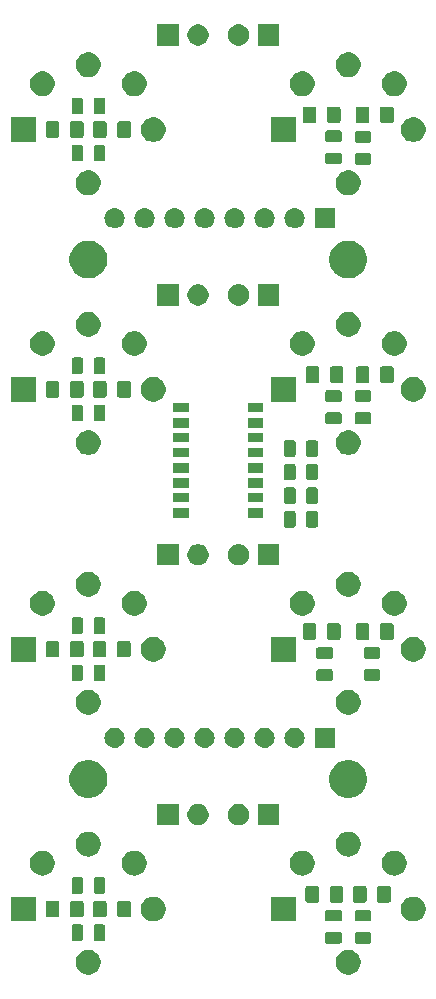
<source format=gbr>
G04 #@! TF.GenerationSoftware,KiCad,Pcbnew,5.0.2+dfsg1-1*
G04 #@! TF.CreationDate,2020-04-26T20:48:58+02:00*
G04 #@! TF.ProjectId,midirouter,6d696469-726f-4757-9465-722e6b696361,rev?*
G04 #@! TF.SameCoordinates,Original*
G04 #@! TF.FileFunction,Soldermask,Bot*
G04 #@! TF.FilePolarity,Negative*
%FSLAX46Y46*%
G04 Gerber Fmt 4.6, Leading zero omitted, Abs format (unit mm)*
G04 Created by KiCad (PCBNEW 5.0.2+dfsg1-1) date Sun 26 Apr 2020 08:48:58 PM CEST*
%MOMM*%
%LPD*%
G01*
G04 APERTURE LIST*
%ADD10C,0.100000*%
G04 APERTURE END LIST*
D10*
G36*
X106125888Y-146454470D02*
X106306274Y-146490350D01*
X106497362Y-146569502D01*
X106669336Y-146684411D01*
X106815589Y-146830664D01*
X106930498Y-147002638D01*
X107009650Y-147193726D01*
X107050000Y-147396584D01*
X107050000Y-147603416D01*
X107009650Y-147806274D01*
X106930498Y-147997362D01*
X106815589Y-148169336D01*
X106669336Y-148315589D01*
X106497362Y-148430498D01*
X106306274Y-148509650D01*
X106125888Y-148545530D01*
X106103417Y-148550000D01*
X105896583Y-148550000D01*
X105874112Y-148545530D01*
X105693726Y-148509650D01*
X105502638Y-148430498D01*
X105330664Y-148315589D01*
X105184411Y-148169336D01*
X105069502Y-147997362D01*
X104990350Y-147806274D01*
X104950000Y-147603416D01*
X104950000Y-147396584D01*
X104990350Y-147193726D01*
X105069502Y-147002638D01*
X105184411Y-146830664D01*
X105330664Y-146684411D01*
X105502638Y-146569502D01*
X105693726Y-146490350D01*
X105874112Y-146454470D01*
X105896583Y-146450000D01*
X106103417Y-146450000D01*
X106125888Y-146454470D01*
X106125888Y-146454470D01*
G37*
G36*
X84125888Y-146454470D02*
X84306274Y-146490350D01*
X84497362Y-146569502D01*
X84669336Y-146684411D01*
X84815589Y-146830664D01*
X84930498Y-147002638D01*
X85009650Y-147193726D01*
X85050000Y-147396584D01*
X85050000Y-147603416D01*
X85009650Y-147806274D01*
X84930498Y-147997362D01*
X84815589Y-148169336D01*
X84669336Y-148315589D01*
X84497362Y-148430498D01*
X84306274Y-148509650D01*
X84125888Y-148545530D01*
X84103417Y-148550000D01*
X83896583Y-148550000D01*
X83874112Y-148545530D01*
X83693726Y-148509650D01*
X83502638Y-148430498D01*
X83330664Y-148315589D01*
X83184411Y-148169336D01*
X83069502Y-147997362D01*
X82990350Y-147806274D01*
X82950000Y-147603416D01*
X82950000Y-147396584D01*
X82990350Y-147193726D01*
X83069502Y-147002638D01*
X83184411Y-146830664D01*
X83330664Y-146684411D01*
X83502638Y-146569502D01*
X83693726Y-146490350D01*
X83874112Y-146454470D01*
X83896583Y-146450000D01*
X84103417Y-146450000D01*
X84125888Y-146454470D01*
X84125888Y-146454470D01*
G37*
G36*
X105303992Y-144954076D02*
X105337883Y-144964357D01*
X105369111Y-144981048D01*
X105396485Y-145003515D01*
X105418952Y-145030889D01*
X105435643Y-145062117D01*
X105445924Y-145096008D01*
X105450000Y-145137391D01*
X105450000Y-145737609D01*
X105445924Y-145778992D01*
X105435643Y-145812883D01*
X105418952Y-145844111D01*
X105396485Y-145871485D01*
X105369111Y-145893952D01*
X105337883Y-145910643D01*
X105303992Y-145920924D01*
X105262609Y-145925000D01*
X104237391Y-145925000D01*
X104196008Y-145920924D01*
X104162117Y-145910643D01*
X104130889Y-145893952D01*
X104103515Y-145871485D01*
X104081048Y-145844111D01*
X104064357Y-145812883D01*
X104054076Y-145778992D01*
X104050000Y-145737609D01*
X104050000Y-145137391D01*
X104054076Y-145096008D01*
X104064357Y-145062117D01*
X104081048Y-145030889D01*
X104103515Y-145003515D01*
X104130889Y-144981048D01*
X104162117Y-144964357D01*
X104196008Y-144954076D01*
X104237391Y-144950000D01*
X105262609Y-144950000D01*
X105303992Y-144954076D01*
X105303992Y-144954076D01*
G37*
G36*
X107803992Y-144954076D02*
X107837883Y-144964357D01*
X107869111Y-144981048D01*
X107896485Y-145003515D01*
X107918952Y-145030889D01*
X107935643Y-145062117D01*
X107945924Y-145096008D01*
X107950000Y-145137391D01*
X107950000Y-145737609D01*
X107945924Y-145778992D01*
X107935643Y-145812883D01*
X107918952Y-145844111D01*
X107896485Y-145871485D01*
X107869111Y-145893952D01*
X107837883Y-145910643D01*
X107803992Y-145920924D01*
X107762609Y-145925000D01*
X106737391Y-145925000D01*
X106696008Y-145920924D01*
X106662117Y-145910643D01*
X106630889Y-145893952D01*
X106603515Y-145871485D01*
X106581048Y-145844111D01*
X106564357Y-145812883D01*
X106554076Y-145778992D01*
X106550000Y-145737609D01*
X106550000Y-145137391D01*
X106554076Y-145096008D01*
X106564357Y-145062117D01*
X106581048Y-145030889D01*
X106603515Y-145003515D01*
X106630889Y-144981048D01*
X106662117Y-144964357D01*
X106696008Y-144954076D01*
X106737391Y-144950000D01*
X107762609Y-144950000D01*
X107803992Y-144954076D01*
X107803992Y-144954076D01*
G37*
G36*
X83403992Y-144304076D02*
X83437883Y-144314357D01*
X83469111Y-144331048D01*
X83496485Y-144353515D01*
X83518952Y-144380889D01*
X83535643Y-144412117D01*
X83545924Y-144446008D01*
X83550000Y-144487391D01*
X83550000Y-145512609D01*
X83545924Y-145553992D01*
X83535643Y-145587883D01*
X83518952Y-145619111D01*
X83496485Y-145646485D01*
X83469111Y-145668952D01*
X83437883Y-145685643D01*
X83403992Y-145695924D01*
X83362609Y-145700000D01*
X82762391Y-145700000D01*
X82721008Y-145695924D01*
X82687117Y-145685643D01*
X82655889Y-145668952D01*
X82628515Y-145646485D01*
X82606048Y-145619111D01*
X82589357Y-145587883D01*
X82579076Y-145553992D01*
X82575000Y-145512609D01*
X82575000Y-144487391D01*
X82579076Y-144446008D01*
X82589357Y-144412117D01*
X82606048Y-144380889D01*
X82628515Y-144353515D01*
X82655889Y-144331048D01*
X82687117Y-144314357D01*
X82721008Y-144304076D01*
X82762391Y-144300000D01*
X83362609Y-144300000D01*
X83403992Y-144304076D01*
X83403992Y-144304076D01*
G37*
G36*
X85278992Y-144304076D02*
X85312883Y-144314357D01*
X85344111Y-144331048D01*
X85371485Y-144353515D01*
X85393952Y-144380889D01*
X85410643Y-144412117D01*
X85420924Y-144446008D01*
X85425000Y-144487391D01*
X85425000Y-145512609D01*
X85420924Y-145553992D01*
X85410643Y-145587883D01*
X85393952Y-145619111D01*
X85371485Y-145646485D01*
X85344111Y-145668952D01*
X85312883Y-145685643D01*
X85278992Y-145695924D01*
X85237609Y-145700000D01*
X84637391Y-145700000D01*
X84596008Y-145695924D01*
X84562117Y-145685643D01*
X84530889Y-145668952D01*
X84503515Y-145646485D01*
X84481048Y-145619111D01*
X84464357Y-145587883D01*
X84454076Y-145553992D01*
X84450000Y-145512609D01*
X84450000Y-144487391D01*
X84454076Y-144446008D01*
X84464357Y-144412117D01*
X84481048Y-144380889D01*
X84503515Y-144353515D01*
X84530889Y-144331048D01*
X84562117Y-144314357D01*
X84596008Y-144304076D01*
X84637391Y-144300000D01*
X85237609Y-144300000D01*
X85278992Y-144304076D01*
X85278992Y-144304076D01*
G37*
G36*
X111625888Y-141954470D02*
X111806274Y-141990350D01*
X111997362Y-142069502D01*
X112169336Y-142184411D01*
X112315589Y-142330664D01*
X112430498Y-142502638D01*
X112509650Y-142693726D01*
X112545530Y-142874112D01*
X112550000Y-142896583D01*
X112550000Y-143103417D01*
X112547481Y-143116079D01*
X112509650Y-143306274D01*
X112430498Y-143497362D01*
X112315589Y-143669336D01*
X112169336Y-143815589D01*
X111997362Y-143930498D01*
X111806274Y-144009650D01*
X111626965Y-144045316D01*
X111603417Y-144050000D01*
X111396583Y-144050000D01*
X111373035Y-144045316D01*
X111193726Y-144009650D01*
X111002638Y-143930498D01*
X110830664Y-143815589D01*
X110684411Y-143669336D01*
X110569502Y-143497362D01*
X110490350Y-143306274D01*
X110452519Y-143116079D01*
X110450000Y-143103417D01*
X110450000Y-142896583D01*
X110454470Y-142874112D01*
X110490350Y-142693726D01*
X110569502Y-142502638D01*
X110684411Y-142330664D01*
X110830664Y-142184411D01*
X111002638Y-142069502D01*
X111193726Y-141990350D01*
X111374112Y-141954470D01*
X111396583Y-141950000D01*
X111603417Y-141950000D01*
X111625888Y-141954470D01*
X111625888Y-141954470D01*
G37*
G36*
X101550000Y-144050000D02*
X99450000Y-144050000D01*
X99450000Y-141950000D01*
X101550000Y-141950000D01*
X101550000Y-144050000D01*
X101550000Y-144050000D01*
G37*
G36*
X89625888Y-141954470D02*
X89806274Y-141990350D01*
X89997362Y-142069502D01*
X90169336Y-142184411D01*
X90315589Y-142330664D01*
X90430498Y-142502638D01*
X90509650Y-142693726D01*
X90545530Y-142874112D01*
X90550000Y-142896583D01*
X90550000Y-143103417D01*
X90547481Y-143116079D01*
X90509650Y-143306274D01*
X90430498Y-143497362D01*
X90315589Y-143669336D01*
X90169336Y-143815589D01*
X89997362Y-143930498D01*
X89806274Y-144009650D01*
X89626965Y-144045316D01*
X89603417Y-144050000D01*
X89396583Y-144050000D01*
X89373035Y-144045316D01*
X89193726Y-144009650D01*
X89002638Y-143930498D01*
X88830664Y-143815589D01*
X88684411Y-143669336D01*
X88569502Y-143497362D01*
X88490350Y-143306274D01*
X88452519Y-143116079D01*
X88450000Y-143103417D01*
X88450000Y-142896583D01*
X88454470Y-142874112D01*
X88490350Y-142693726D01*
X88569502Y-142502638D01*
X88684411Y-142330664D01*
X88830664Y-142184411D01*
X89002638Y-142069502D01*
X89193726Y-141990350D01*
X89374112Y-141954470D01*
X89396583Y-141950000D01*
X89603417Y-141950000D01*
X89625888Y-141954470D01*
X89625888Y-141954470D01*
G37*
G36*
X79550000Y-144050000D02*
X77450000Y-144050000D01*
X77450000Y-141950000D01*
X79550000Y-141950000D01*
X79550000Y-144050000D01*
X79550000Y-144050000D01*
G37*
G36*
X107803992Y-143079076D02*
X107837883Y-143089357D01*
X107869111Y-143106048D01*
X107896485Y-143128515D01*
X107918952Y-143155889D01*
X107935643Y-143187117D01*
X107945924Y-143221008D01*
X107950000Y-143262391D01*
X107950000Y-143862609D01*
X107945924Y-143903992D01*
X107935643Y-143937883D01*
X107918952Y-143969111D01*
X107896485Y-143996485D01*
X107869111Y-144018952D01*
X107837883Y-144035643D01*
X107803992Y-144045924D01*
X107762609Y-144050000D01*
X106737391Y-144050000D01*
X106696008Y-144045924D01*
X106662117Y-144035643D01*
X106630889Y-144018952D01*
X106603515Y-143996485D01*
X106581048Y-143969111D01*
X106564357Y-143937883D01*
X106554076Y-143903992D01*
X106550000Y-143862609D01*
X106550000Y-143262391D01*
X106554076Y-143221008D01*
X106564357Y-143187117D01*
X106581048Y-143155889D01*
X106603515Y-143128515D01*
X106630889Y-143106048D01*
X106662117Y-143089357D01*
X106696008Y-143079076D01*
X106737391Y-143075000D01*
X107762609Y-143075000D01*
X107803992Y-143079076D01*
X107803992Y-143079076D01*
G37*
G36*
X105303992Y-143079076D02*
X105337883Y-143089357D01*
X105369111Y-143106048D01*
X105396485Y-143128515D01*
X105418952Y-143155889D01*
X105435643Y-143187117D01*
X105445924Y-143221008D01*
X105450000Y-143262391D01*
X105450000Y-143862609D01*
X105445924Y-143903992D01*
X105435643Y-143937883D01*
X105418952Y-143969111D01*
X105396485Y-143996485D01*
X105369111Y-144018952D01*
X105337883Y-144035643D01*
X105303992Y-144045924D01*
X105262609Y-144050000D01*
X104237391Y-144050000D01*
X104196008Y-144045924D01*
X104162117Y-144035643D01*
X104130889Y-144018952D01*
X104103515Y-143996485D01*
X104081048Y-143969111D01*
X104064357Y-143937883D01*
X104054076Y-143903992D01*
X104050000Y-143862609D01*
X104050000Y-143262391D01*
X104054076Y-143221008D01*
X104064357Y-143187117D01*
X104081048Y-143155889D01*
X104103515Y-143128515D01*
X104130889Y-143106048D01*
X104162117Y-143089357D01*
X104196008Y-143079076D01*
X104237391Y-143075000D01*
X105262609Y-143075000D01*
X105303992Y-143079076D01*
X105303992Y-143079076D01*
G37*
G36*
X83455522Y-142304039D02*
X83489053Y-142314211D01*
X83519960Y-142330731D01*
X83547043Y-142352957D01*
X83569269Y-142380040D01*
X83585789Y-142410947D01*
X83595961Y-142444478D01*
X83600000Y-142485487D01*
X83600000Y-143514513D01*
X83595961Y-143555522D01*
X83585789Y-143589053D01*
X83569269Y-143619960D01*
X83547043Y-143647043D01*
X83519960Y-143669269D01*
X83489053Y-143685789D01*
X83455522Y-143695961D01*
X83414513Y-143700000D01*
X82635487Y-143700000D01*
X82594478Y-143695961D01*
X82560947Y-143685789D01*
X82530040Y-143669269D01*
X82502957Y-143647043D01*
X82480731Y-143619960D01*
X82464211Y-143589053D01*
X82454039Y-143555522D01*
X82450000Y-143514513D01*
X82450000Y-142485487D01*
X82454039Y-142444478D01*
X82464211Y-142410947D01*
X82480731Y-142380040D01*
X82502957Y-142352957D01*
X82530040Y-142330731D01*
X82560947Y-142314211D01*
X82594478Y-142304039D01*
X82635487Y-142300000D01*
X83414513Y-142300000D01*
X83455522Y-142304039D01*
X83455522Y-142304039D01*
G37*
G36*
X81405522Y-142304039D02*
X81439053Y-142314211D01*
X81469960Y-142330731D01*
X81497043Y-142352957D01*
X81519269Y-142380040D01*
X81535789Y-142410947D01*
X81545961Y-142444478D01*
X81550000Y-142485487D01*
X81550000Y-143514513D01*
X81545961Y-143555522D01*
X81535789Y-143589053D01*
X81519269Y-143619960D01*
X81497043Y-143647043D01*
X81469960Y-143669269D01*
X81439053Y-143685789D01*
X81405522Y-143695961D01*
X81364513Y-143700000D01*
X80585487Y-143700000D01*
X80544478Y-143695961D01*
X80510947Y-143685789D01*
X80480040Y-143669269D01*
X80452957Y-143647043D01*
X80430731Y-143619960D01*
X80414211Y-143589053D01*
X80404039Y-143555522D01*
X80400000Y-143514513D01*
X80400000Y-142485487D01*
X80404039Y-142444478D01*
X80414211Y-142410947D01*
X80430731Y-142380040D01*
X80452957Y-142352957D01*
X80480040Y-142330731D01*
X80510947Y-142314211D01*
X80544478Y-142304039D01*
X80585487Y-142300000D01*
X81364513Y-142300000D01*
X81405522Y-142304039D01*
X81405522Y-142304039D01*
G37*
G36*
X85405522Y-142304039D02*
X85439053Y-142314211D01*
X85469960Y-142330731D01*
X85497043Y-142352957D01*
X85519269Y-142380040D01*
X85535789Y-142410947D01*
X85545961Y-142444478D01*
X85550000Y-142485487D01*
X85550000Y-143514513D01*
X85545961Y-143555522D01*
X85535789Y-143589053D01*
X85519269Y-143619960D01*
X85497043Y-143647043D01*
X85469960Y-143669269D01*
X85439053Y-143685789D01*
X85405522Y-143695961D01*
X85364513Y-143700000D01*
X84585487Y-143700000D01*
X84544478Y-143695961D01*
X84510947Y-143685789D01*
X84480040Y-143669269D01*
X84452957Y-143647043D01*
X84430731Y-143619960D01*
X84414211Y-143589053D01*
X84404039Y-143555522D01*
X84400000Y-143514513D01*
X84400000Y-142485487D01*
X84404039Y-142444478D01*
X84414211Y-142410947D01*
X84430731Y-142380040D01*
X84452957Y-142352957D01*
X84480040Y-142330731D01*
X84510947Y-142314211D01*
X84544478Y-142304039D01*
X84585487Y-142300000D01*
X85364513Y-142300000D01*
X85405522Y-142304039D01*
X85405522Y-142304039D01*
G37*
G36*
X87455522Y-142304039D02*
X87489053Y-142314211D01*
X87519960Y-142330731D01*
X87547043Y-142352957D01*
X87569269Y-142380040D01*
X87585789Y-142410947D01*
X87595961Y-142444478D01*
X87600000Y-142485487D01*
X87600000Y-143514513D01*
X87595961Y-143555522D01*
X87585789Y-143589053D01*
X87569269Y-143619960D01*
X87547043Y-143647043D01*
X87519960Y-143669269D01*
X87489053Y-143685789D01*
X87455522Y-143695961D01*
X87414513Y-143700000D01*
X86635487Y-143700000D01*
X86594478Y-143695961D01*
X86560947Y-143685789D01*
X86530040Y-143669269D01*
X86502957Y-143647043D01*
X86480731Y-143619960D01*
X86464211Y-143589053D01*
X86454039Y-143555522D01*
X86450000Y-143514513D01*
X86450000Y-142485487D01*
X86454039Y-142444478D01*
X86464211Y-142410947D01*
X86480731Y-142380040D01*
X86502957Y-142352957D01*
X86530040Y-142330731D01*
X86560947Y-142314211D01*
X86594478Y-142304039D01*
X86635487Y-142300000D01*
X87414513Y-142300000D01*
X87455522Y-142304039D01*
X87455522Y-142304039D01*
G37*
G36*
X109455522Y-141054039D02*
X109489053Y-141064211D01*
X109519960Y-141080731D01*
X109547043Y-141102957D01*
X109569269Y-141130040D01*
X109585789Y-141160947D01*
X109595961Y-141194478D01*
X109600000Y-141235487D01*
X109600000Y-142264513D01*
X109595961Y-142305522D01*
X109585789Y-142339053D01*
X109569269Y-142369960D01*
X109547043Y-142397043D01*
X109519960Y-142419269D01*
X109489053Y-142435789D01*
X109455522Y-142445961D01*
X109414513Y-142450000D01*
X108635487Y-142450000D01*
X108594478Y-142445961D01*
X108560947Y-142435789D01*
X108530040Y-142419269D01*
X108502957Y-142397043D01*
X108480731Y-142369960D01*
X108464211Y-142339053D01*
X108454039Y-142305522D01*
X108450000Y-142264513D01*
X108450000Y-141235487D01*
X108454039Y-141194478D01*
X108464211Y-141160947D01*
X108480731Y-141130040D01*
X108502957Y-141102957D01*
X108530040Y-141080731D01*
X108560947Y-141064211D01*
X108594478Y-141054039D01*
X108635487Y-141050000D01*
X109414513Y-141050000D01*
X109455522Y-141054039D01*
X109455522Y-141054039D01*
G37*
G36*
X103380522Y-141054039D02*
X103414053Y-141064211D01*
X103444960Y-141080731D01*
X103472043Y-141102957D01*
X103494269Y-141130040D01*
X103510789Y-141160947D01*
X103520961Y-141194478D01*
X103525000Y-141235487D01*
X103525000Y-142264513D01*
X103520961Y-142305522D01*
X103510789Y-142339053D01*
X103494269Y-142369960D01*
X103472043Y-142397043D01*
X103444960Y-142419269D01*
X103414053Y-142435789D01*
X103380522Y-142445961D01*
X103339513Y-142450000D01*
X102560487Y-142450000D01*
X102519478Y-142445961D01*
X102485947Y-142435789D01*
X102455040Y-142419269D01*
X102427957Y-142397043D01*
X102405731Y-142369960D01*
X102389211Y-142339053D01*
X102379039Y-142305522D01*
X102375000Y-142264513D01*
X102375000Y-141235487D01*
X102379039Y-141194478D01*
X102389211Y-141160947D01*
X102405731Y-141130040D01*
X102427957Y-141102957D01*
X102455040Y-141080731D01*
X102485947Y-141064211D01*
X102519478Y-141054039D01*
X102560487Y-141050000D01*
X103339513Y-141050000D01*
X103380522Y-141054039D01*
X103380522Y-141054039D01*
G37*
G36*
X107405522Y-141054039D02*
X107439053Y-141064211D01*
X107469960Y-141080731D01*
X107497043Y-141102957D01*
X107519269Y-141130040D01*
X107535789Y-141160947D01*
X107545961Y-141194478D01*
X107550000Y-141235487D01*
X107550000Y-142264513D01*
X107545961Y-142305522D01*
X107535789Y-142339053D01*
X107519269Y-142369960D01*
X107497043Y-142397043D01*
X107469960Y-142419269D01*
X107439053Y-142435789D01*
X107405522Y-142445961D01*
X107364513Y-142450000D01*
X106585487Y-142450000D01*
X106544478Y-142445961D01*
X106510947Y-142435789D01*
X106480040Y-142419269D01*
X106452957Y-142397043D01*
X106430731Y-142369960D01*
X106414211Y-142339053D01*
X106404039Y-142305522D01*
X106400000Y-142264513D01*
X106400000Y-141235487D01*
X106404039Y-141194478D01*
X106414211Y-141160947D01*
X106430731Y-141130040D01*
X106452957Y-141102957D01*
X106480040Y-141080731D01*
X106510947Y-141064211D01*
X106544478Y-141054039D01*
X106585487Y-141050000D01*
X107364513Y-141050000D01*
X107405522Y-141054039D01*
X107405522Y-141054039D01*
G37*
G36*
X105430522Y-141054039D02*
X105464053Y-141064211D01*
X105494960Y-141080731D01*
X105522043Y-141102957D01*
X105544269Y-141130040D01*
X105560789Y-141160947D01*
X105570961Y-141194478D01*
X105575000Y-141235487D01*
X105575000Y-142264513D01*
X105570961Y-142305522D01*
X105560789Y-142339053D01*
X105544269Y-142369960D01*
X105522043Y-142397043D01*
X105494960Y-142419269D01*
X105464053Y-142435789D01*
X105430522Y-142445961D01*
X105389513Y-142450000D01*
X104610487Y-142450000D01*
X104569478Y-142445961D01*
X104535947Y-142435789D01*
X104505040Y-142419269D01*
X104477957Y-142397043D01*
X104455731Y-142369960D01*
X104439211Y-142339053D01*
X104429039Y-142305522D01*
X104425000Y-142264513D01*
X104425000Y-141235487D01*
X104429039Y-141194478D01*
X104439211Y-141160947D01*
X104455731Y-141130040D01*
X104477957Y-141102957D01*
X104505040Y-141080731D01*
X104535947Y-141064211D01*
X104569478Y-141054039D01*
X104610487Y-141050000D01*
X105389513Y-141050000D01*
X105430522Y-141054039D01*
X105430522Y-141054039D01*
G37*
G36*
X83403992Y-140304076D02*
X83437883Y-140314357D01*
X83469111Y-140331048D01*
X83496485Y-140353515D01*
X83518952Y-140380889D01*
X83535643Y-140412117D01*
X83545924Y-140446008D01*
X83550000Y-140487391D01*
X83550000Y-141512609D01*
X83545924Y-141553992D01*
X83535643Y-141587883D01*
X83518952Y-141619111D01*
X83496485Y-141646485D01*
X83469111Y-141668952D01*
X83437883Y-141685643D01*
X83403992Y-141695924D01*
X83362609Y-141700000D01*
X82762391Y-141700000D01*
X82721008Y-141695924D01*
X82687117Y-141685643D01*
X82655889Y-141668952D01*
X82628515Y-141646485D01*
X82606048Y-141619111D01*
X82589357Y-141587883D01*
X82579076Y-141553992D01*
X82575000Y-141512609D01*
X82575000Y-140487391D01*
X82579076Y-140446008D01*
X82589357Y-140412117D01*
X82606048Y-140380889D01*
X82628515Y-140353515D01*
X82655889Y-140331048D01*
X82687117Y-140314357D01*
X82721008Y-140304076D01*
X82762391Y-140300000D01*
X83362609Y-140300000D01*
X83403992Y-140304076D01*
X83403992Y-140304076D01*
G37*
G36*
X85278992Y-140304076D02*
X85312883Y-140314357D01*
X85344111Y-140331048D01*
X85371485Y-140353515D01*
X85393952Y-140380889D01*
X85410643Y-140412117D01*
X85420924Y-140446008D01*
X85425000Y-140487391D01*
X85425000Y-141512609D01*
X85420924Y-141553992D01*
X85410643Y-141587883D01*
X85393952Y-141619111D01*
X85371485Y-141646485D01*
X85344111Y-141668952D01*
X85312883Y-141685643D01*
X85278992Y-141695924D01*
X85237609Y-141700000D01*
X84637391Y-141700000D01*
X84596008Y-141695924D01*
X84562117Y-141685643D01*
X84530889Y-141668952D01*
X84503515Y-141646485D01*
X84481048Y-141619111D01*
X84464357Y-141587883D01*
X84454076Y-141553992D01*
X84450000Y-141512609D01*
X84450000Y-140487391D01*
X84454076Y-140446008D01*
X84464357Y-140412117D01*
X84481048Y-140380889D01*
X84503515Y-140353515D01*
X84530889Y-140331048D01*
X84562117Y-140314357D01*
X84596008Y-140304076D01*
X84637391Y-140300000D01*
X85237609Y-140300000D01*
X85278992Y-140304076D01*
X85278992Y-140304076D01*
G37*
G36*
X88015888Y-138064470D02*
X88196274Y-138100350D01*
X88387362Y-138179502D01*
X88559336Y-138294411D01*
X88705589Y-138440664D01*
X88820498Y-138612638D01*
X88899650Y-138803726D01*
X88940000Y-139006584D01*
X88940000Y-139213416D01*
X88899650Y-139416274D01*
X88820498Y-139607362D01*
X88705589Y-139779336D01*
X88559336Y-139925589D01*
X88387362Y-140040498D01*
X88196274Y-140119650D01*
X88015888Y-140155530D01*
X87993417Y-140160000D01*
X87786583Y-140160000D01*
X87764112Y-140155530D01*
X87583726Y-140119650D01*
X87392638Y-140040498D01*
X87220664Y-139925589D01*
X87074411Y-139779336D01*
X86959502Y-139607362D01*
X86880350Y-139416274D01*
X86840000Y-139213416D01*
X86840000Y-139006584D01*
X86880350Y-138803726D01*
X86959502Y-138612638D01*
X87074411Y-138440664D01*
X87220664Y-138294411D01*
X87392638Y-138179502D01*
X87583726Y-138100350D01*
X87764112Y-138064470D01*
X87786583Y-138060000D01*
X87993417Y-138060000D01*
X88015888Y-138064470D01*
X88015888Y-138064470D01*
G37*
G36*
X110015888Y-138064470D02*
X110196274Y-138100350D01*
X110387362Y-138179502D01*
X110559336Y-138294411D01*
X110705589Y-138440664D01*
X110820498Y-138612638D01*
X110899650Y-138803726D01*
X110940000Y-139006584D01*
X110940000Y-139213416D01*
X110899650Y-139416274D01*
X110820498Y-139607362D01*
X110705589Y-139779336D01*
X110559336Y-139925589D01*
X110387362Y-140040498D01*
X110196274Y-140119650D01*
X110015888Y-140155530D01*
X109993417Y-140160000D01*
X109786583Y-140160000D01*
X109764112Y-140155530D01*
X109583726Y-140119650D01*
X109392638Y-140040498D01*
X109220664Y-139925589D01*
X109074411Y-139779336D01*
X108959502Y-139607362D01*
X108880350Y-139416274D01*
X108840000Y-139213416D01*
X108840000Y-139006584D01*
X108880350Y-138803726D01*
X108959502Y-138612638D01*
X109074411Y-138440664D01*
X109220664Y-138294411D01*
X109392638Y-138179502D01*
X109583726Y-138100350D01*
X109764112Y-138064470D01*
X109786583Y-138060000D01*
X109993417Y-138060000D01*
X110015888Y-138064470D01*
X110015888Y-138064470D01*
G37*
G36*
X80235888Y-138064470D02*
X80416274Y-138100350D01*
X80607362Y-138179502D01*
X80779336Y-138294411D01*
X80925589Y-138440664D01*
X81040498Y-138612638D01*
X81119650Y-138803726D01*
X81160000Y-139006584D01*
X81160000Y-139213416D01*
X81119650Y-139416274D01*
X81040498Y-139607362D01*
X80925589Y-139779336D01*
X80779336Y-139925589D01*
X80607362Y-140040498D01*
X80416274Y-140119650D01*
X80235888Y-140155530D01*
X80213417Y-140160000D01*
X80006583Y-140160000D01*
X79984112Y-140155530D01*
X79803726Y-140119650D01*
X79612638Y-140040498D01*
X79440664Y-139925589D01*
X79294411Y-139779336D01*
X79179502Y-139607362D01*
X79100350Y-139416274D01*
X79060000Y-139213416D01*
X79060000Y-139006584D01*
X79100350Y-138803726D01*
X79179502Y-138612638D01*
X79294411Y-138440664D01*
X79440664Y-138294411D01*
X79612638Y-138179502D01*
X79803726Y-138100350D01*
X79984112Y-138064470D01*
X80006583Y-138060000D01*
X80213417Y-138060000D01*
X80235888Y-138064470D01*
X80235888Y-138064470D01*
G37*
G36*
X102235888Y-138064470D02*
X102416274Y-138100350D01*
X102607362Y-138179502D01*
X102779336Y-138294411D01*
X102925589Y-138440664D01*
X103040498Y-138612638D01*
X103119650Y-138803726D01*
X103160000Y-139006584D01*
X103160000Y-139213416D01*
X103119650Y-139416274D01*
X103040498Y-139607362D01*
X102925589Y-139779336D01*
X102779336Y-139925589D01*
X102607362Y-140040498D01*
X102416274Y-140119650D01*
X102235888Y-140155530D01*
X102213417Y-140160000D01*
X102006583Y-140160000D01*
X101984112Y-140155530D01*
X101803726Y-140119650D01*
X101612638Y-140040498D01*
X101440664Y-139925589D01*
X101294411Y-139779336D01*
X101179502Y-139607362D01*
X101100350Y-139416274D01*
X101060000Y-139213416D01*
X101060000Y-139006584D01*
X101100350Y-138803726D01*
X101179502Y-138612638D01*
X101294411Y-138440664D01*
X101440664Y-138294411D01*
X101612638Y-138179502D01*
X101803726Y-138100350D01*
X101984112Y-138064470D01*
X102006583Y-138060000D01*
X102213417Y-138060000D01*
X102235888Y-138064470D01*
X102235888Y-138064470D01*
G37*
G36*
X84125888Y-136454470D02*
X84306274Y-136490350D01*
X84497362Y-136569502D01*
X84669336Y-136684411D01*
X84815589Y-136830664D01*
X84930498Y-137002638D01*
X85009650Y-137193726D01*
X85050000Y-137396584D01*
X85050000Y-137603416D01*
X85009650Y-137806274D01*
X84930498Y-137997362D01*
X84815589Y-138169336D01*
X84669336Y-138315589D01*
X84497362Y-138430498D01*
X84306274Y-138509650D01*
X84125888Y-138545530D01*
X84103417Y-138550000D01*
X83896583Y-138550000D01*
X83874112Y-138545530D01*
X83693726Y-138509650D01*
X83502638Y-138430498D01*
X83330664Y-138315589D01*
X83184411Y-138169336D01*
X83069502Y-137997362D01*
X82990350Y-137806274D01*
X82950000Y-137603416D01*
X82950000Y-137396584D01*
X82990350Y-137193726D01*
X83069502Y-137002638D01*
X83184411Y-136830664D01*
X83330664Y-136684411D01*
X83502638Y-136569502D01*
X83693726Y-136490350D01*
X83874112Y-136454470D01*
X83896583Y-136450000D01*
X84103417Y-136450000D01*
X84125888Y-136454470D01*
X84125888Y-136454470D01*
G37*
G36*
X106125888Y-136454470D02*
X106306274Y-136490350D01*
X106497362Y-136569502D01*
X106669336Y-136684411D01*
X106815589Y-136830664D01*
X106930498Y-137002638D01*
X107009650Y-137193726D01*
X107050000Y-137396584D01*
X107050000Y-137603416D01*
X107009650Y-137806274D01*
X106930498Y-137997362D01*
X106815589Y-138169336D01*
X106669336Y-138315589D01*
X106497362Y-138430498D01*
X106306274Y-138509650D01*
X106125888Y-138545530D01*
X106103417Y-138550000D01*
X105896583Y-138550000D01*
X105874112Y-138545530D01*
X105693726Y-138509650D01*
X105502638Y-138430498D01*
X105330664Y-138315589D01*
X105184411Y-138169336D01*
X105069502Y-137997362D01*
X104990350Y-137806274D01*
X104950000Y-137603416D01*
X104950000Y-137396584D01*
X104990350Y-137193726D01*
X105069502Y-137002638D01*
X105184411Y-136830664D01*
X105330664Y-136684411D01*
X105502638Y-136569502D01*
X105693726Y-136490350D01*
X105874112Y-136454470D01*
X105896583Y-136450000D01*
X106103417Y-136450000D01*
X106125888Y-136454470D01*
X106125888Y-136454470D01*
G37*
G36*
X91650000Y-135900000D02*
X89850000Y-135900000D01*
X89850000Y-134100000D01*
X91650000Y-134100000D01*
X91650000Y-135900000D01*
X91650000Y-135900000D01*
G37*
G36*
X93552521Y-134134586D02*
X93716309Y-134202429D01*
X93863720Y-134300926D01*
X93989074Y-134426280D01*
X94087571Y-134573691D01*
X94155414Y-134737479D01*
X94190000Y-134911356D01*
X94190000Y-135088644D01*
X94155414Y-135262521D01*
X94087571Y-135426309D01*
X93989074Y-135573720D01*
X93863720Y-135699074D01*
X93716309Y-135797571D01*
X93552521Y-135865414D01*
X93378644Y-135900000D01*
X93201356Y-135900000D01*
X93027479Y-135865414D01*
X92863691Y-135797571D01*
X92716280Y-135699074D01*
X92590926Y-135573720D01*
X92492429Y-135426309D01*
X92424586Y-135262521D01*
X92390000Y-135088644D01*
X92390000Y-134911356D01*
X92424586Y-134737479D01*
X92492429Y-134573691D01*
X92590926Y-134426280D01*
X92716280Y-134300926D01*
X92863691Y-134202429D01*
X93027479Y-134134586D01*
X93201356Y-134100000D01*
X93378644Y-134100000D01*
X93552521Y-134134586D01*
X93552521Y-134134586D01*
G37*
G36*
X100150000Y-135900000D02*
X98350000Y-135900000D01*
X98350000Y-134100000D01*
X100150000Y-134100000D01*
X100150000Y-135900000D01*
X100150000Y-135900000D01*
G37*
G36*
X96972521Y-134134586D02*
X97136309Y-134202429D01*
X97283720Y-134300926D01*
X97409074Y-134426280D01*
X97507571Y-134573691D01*
X97575414Y-134737479D01*
X97610000Y-134911356D01*
X97610000Y-135088644D01*
X97575414Y-135262521D01*
X97507571Y-135426309D01*
X97409074Y-135573720D01*
X97283720Y-135699074D01*
X97136309Y-135797571D01*
X96972521Y-135865414D01*
X96798644Y-135900000D01*
X96621356Y-135900000D01*
X96447479Y-135865414D01*
X96283691Y-135797571D01*
X96136280Y-135699074D01*
X96010926Y-135573720D01*
X95912429Y-135426309D01*
X95844586Y-135262521D01*
X95810000Y-135088644D01*
X95810000Y-134911356D01*
X95844586Y-134737479D01*
X95912429Y-134573691D01*
X96010926Y-134426280D01*
X96136280Y-134300926D01*
X96283691Y-134202429D01*
X96447479Y-134134586D01*
X96621356Y-134100000D01*
X96798644Y-134100000D01*
X96972521Y-134134586D01*
X96972521Y-134134586D01*
G37*
G36*
X106466703Y-130461486D02*
X106757883Y-130582097D01*
X107019944Y-130757201D01*
X107242799Y-130980056D01*
X107417903Y-131242117D01*
X107538514Y-131533297D01*
X107600000Y-131842412D01*
X107600000Y-132157588D01*
X107538514Y-132466703D01*
X107417903Y-132757883D01*
X107242799Y-133019944D01*
X107019944Y-133242799D01*
X106757883Y-133417903D01*
X106466703Y-133538514D01*
X106157588Y-133600000D01*
X105842412Y-133600000D01*
X105533297Y-133538514D01*
X105242117Y-133417903D01*
X104980056Y-133242799D01*
X104757201Y-133019944D01*
X104582097Y-132757883D01*
X104461486Y-132466703D01*
X104400000Y-132157588D01*
X104400000Y-131842412D01*
X104461486Y-131533297D01*
X104582097Y-131242117D01*
X104757201Y-130980056D01*
X104980056Y-130757201D01*
X105242117Y-130582097D01*
X105533297Y-130461486D01*
X105842412Y-130400000D01*
X106157588Y-130400000D01*
X106466703Y-130461486D01*
X106466703Y-130461486D01*
G37*
G36*
X84466703Y-130461486D02*
X84757883Y-130582097D01*
X85019944Y-130757201D01*
X85242799Y-130980056D01*
X85417903Y-131242117D01*
X85538514Y-131533297D01*
X85600000Y-131842412D01*
X85600000Y-132157588D01*
X85538514Y-132466703D01*
X85417903Y-132757883D01*
X85242799Y-133019944D01*
X85019944Y-133242799D01*
X84757883Y-133417903D01*
X84466703Y-133538514D01*
X84157588Y-133600000D01*
X83842412Y-133600000D01*
X83533297Y-133538514D01*
X83242117Y-133417903D01*
X82980056Y-133242799D01*
X82757201Y-133019944D01*
X82582097Y-132757883D01*
X82461486Y-132466703D01*
X82400000Y-132157588D01*
X82400000Y-131842412D01*
X82461486Y-131533297D01*
X82582097Y-131242117D01*
X82757201Y-130980056D01*
X82980056Y-130757201D01*
X83242117Y-130582097D01*
X83533297Y-130461486D01*
X83842412Y-130400000D01*
X84157588Y-130400000D01*
X84466703Y-130461486D01*
X84466703Y-130461486D01*
G37*
G36*
X96546630Y-127662299D02*
X96706855Y-127710903D01*
X96854520Y-127789831D01*
X96983949Y-127896051D01*
X97090169Y-128025480D01*
X97169097Y-128173145D01*
X97217701Y-128333370D01*
X97234112Y-128500000D01*
X97217701Y-128666630D01*
X97169097Y-128826855D01*
X97090169Y-128974520D01*
X96983949Y-129103949D01*
X96854520Y-129210169D01*
X96706855Y-129289097D01*
X96546630Y-129337701D01*
X96421752Y-129350000D01*
X96338248Y-129350000D01*
X96213370Y-129337701D01*
X96053145Y-129289097D01*
X95905480Y-129210169D01*
X95776051Y-129103949D01*
X95669831Y-128974520D01*
X95590903Y-128826855D01*
X95542299Y-128666630D01*
X95525888Y-128500000D01*
X95542299Y-128333370D01*
X95590903Y-128173145D01*
X95669831Y-128025480D01*
X95776051Y-127896051D01*
X95905480Y-127789831D01*
X96053145Y-127710903D01*
X96213370Y-127662299D01*
X96338248Y-127650000D01*
X96421752Y-127650000D01*
X96546630Y-127662299D01*
X96546630Y-127662299D01*
G37*
G36*
X99086630Y-127662299D02*
X99246855Y-127710903D01*
X99394520Y-127789831D01*
X99523949Y-127896051D01*
X99630169Y-128025480D01*
X99709097Y-128173145D01*
X99757701Y-128333370D01*
X99774112Y-128500000D01*
X99757701Y-128666630D01*
X99709097Y-128826855D01*
X99630169Y-128974520D01*
X99523949Y-129103949D01*
X99394520Y-129210169D01*
X99246855Y-129289097D01*
X99086630Y-129337701D01*
X98961752Y-129350000D01*
X98878248Y-129350000D01*
X98753370Y-129337701D01*
X98593145Y-129289097D01*
X98445480Y-129210169D01*
X98316051Y-129103949D01*
X98209831Y-128974520D01*
X98130903Y-128826855D01*
X98082299Y-128666630D01*
X98065888Y-128500000D01*
X98082299Y-128333370D01*
X98130903Y-128173145D01*
X98209831Y-128025480D01*
X98316051Y-127896051D01*
X98445480Y-127789831D01*
X98593145Y-127710903D01*
X98753370Y-127662299D01*
X98878248Y-127650000D01*
X98961752Y-127650000D01*
X99086630Y-127662299D01*
X99086630Y-127662299D01*
G37*
G36*
X94006630Y-127662299D02*
X94166855Y-127710903D01*
X94314520Y-127789831D01*
X94443949Y-127896051D01*
X94550169Y-128025480D01*
X94629097Y-128173145D01*
X94677701Y-128333370D01*
X94694112Y-128500000D01*
X94677701Y-128666630D01*
X94629097Y-128826855D01*
X94550169Y-128974520D01*
X94443949Y-129103949D01*
X94314520Y-129210169D01*
X94166855Y-129289097D01*
X94006630Y-129337701D01*
X93881752Y-129350000D01*
X93798248Y-129350000D01*
X93673370Y-129337701D01*
X93513145Y-129289097D01*
X93365480Y-129210169D01*
X93236051Y-129103949D01*
X93129831Y-128974520D01*
X93050903Y-128826855D01*
X93002299Y-128666630D01*
X92985888Y-128500000D01*
X93002299Y-128333370D01*
X93050903Y-128173145D01*
X93129831Y-128025480D01*
X93236051Y-127896051D01*
X93365480Y-127789831D01*
X93513145Y-127710903D01*
X93673370Y-127662299D01*
X93798248Y-127650000D01*
X93881752Y-127650000D01*
X94006630Y-127662299D01*
X94006630Y-127662299D01*
G37*
G36*
X91466630Y-127662299D02*
X91626855Y-127710903D01*
X91774520Y-127789831D01*
X91903949Y-127896051D01*
X92010169Y-128025480D01*
X92089097Y-128173145D01*
X92137701Y-128333370D01*
X92154112Y-128500000D01*
X92137701Y-128666630D01*
X92089097Y-128826855D01*
X92010169Y-128974520D01*
X91903949Y-129103949D01*
X91774520Y-129210169D01*
X91626855Y-129289097D01*
X91466630Y-129337701D01*
X91341752Y-129350000D01*
X91258248Y-129350000D01*
X91133370Y-129337701D01*
X90973145Y-129289097D01*
X90825480Y-129210169D01*
X90696051Y-129103949D01*
X90589831Y-128974520D01*
X90510903Y-128826855D01*
X90462299Y-128666630D01*
X90445888Y-128500000D01*
X90462299Y-128333370D01*
X90510903Y-128173145D01*
X90589831Y-128025480D01*
X90696051Y-127896051D01*
X90825480Y-127789831D01*
X90973145Y-127710903D01*
X91133370Y-127662299D01*
X91258248Y-127650000D01*
X91341752Y-127650000D01*
X91466630Y-127662299D01*
X91466630Y-127662299D01*
G37*
G36*
X88926630Y-127662299D02*
X89086855Y-127710903D01*
X89234520Y-127789831D01*
X89363949Y-127896051D01*
X89470169Y-128025480D01*
X89549097Y-128173145D01*
X89597701Y-128333370D01*
X89614112Y-128500000D01*
X89597701Y-128666630D01*
X89549097Y-128826855D01*
X89470169Y-128974520D01*
X89363949Y-129103949D01*
X89234520Y-129210169D01*
X89086855Y-129289097D01*
X88926630Y-129337701D01*
X88801752Y-129350000D01*
X88718248Y-129350000D01*
X88593370Y-129337701D01*
X88433145Y-129289097D01*
X88285480Y-129210169D01*
X88156051Y-129103949D01*
X88049831Y-128974520D01*
X87970903Y-128826855D01*
X87922299Y-128666630D01*
X87905888Y-128500000D01*
X87922299Y-128333370D01*
X87970903Y-128173145D01*
X88049831Y-128025480D01*
X88156051Y-127896051D01*
X88285480Y-127789831D01*
X88433145Y-127710903D01*
X88593370Y-127662299D01*
X88718248Y-127650000D01*
X88801752Y-127650000D01*
X88926630Y-127662299D01*
X88926630Y-127662299D01*
G37*
G36*
X86386630Y-127662299D02*
X86546855Y-127710903D01*
X86694520Y-127789831D01*
X86823949Y-127896051D01*
X86930169Y-128025480D01*
X87009097Y-128173145D01*
X87057701Y-128333370D01*
X87074112Y-128500000D01*
X87057701Y-128666630D01*
X87009097Y-128826855D01*
X86930169Y-128974520D01*
X86823949Y-129103949D01*
X86694520Y-129210169D01*
X86546855Y-129289097D01*
X86386630Y-129337701D01*
X86261752Y-129350000D01*
X86178248Y-129350000D01*
X86053370Y-129337701D01*
X85893145Y-129289097D01*
X85745480Y-129210169D01*
X85616051Y-129103949D01*
X85509831Y-128974520D01*
X85430903Y-128826855D01*
X85382299Y-128666630D01*
X85365888Y-128500000D01*
X85382299Y-128333370D01*
X85430903Y-128173145D01*
X85509831Y-128025480D01*
X85616051Y-127896051D01*
X85745480Y-127789831D01*
X85893145Y-127710903D01*
X86053370Y-127662299D01*
X86178248Y-127650000D01*
X86261752Y-127650000D01*
X86386630Y-127662299D01*
X86386630Y-127662299D01*
G37*
G36*
X104850000Y-129350000D02*
X103150000Y-129350000D01*
X103150000Y-127650000D01*
X104850000Y-127650000D01*
X104850000Y-129350000D01*
X104850000Y-129350000D01*
G37*
G36*
X101626630Y-127662299D02*
X101786855Y-127710903D01*
X101934520Y-127789831D01*
X102063949Y-127896051D01*
X102170169Y-128025480D01*
X102249097Y-128173145D01*
X102297701Y-128333370D01*
X102314112Y-128500000D01*
X102297701Y-128666630D01*
X102249097Y-128826855D01*
X102170169Y-128974520D01*
X102063949Y-129103949D01*
X101934520Y-129210169D01*
X101786855Y-129289097D01*
X101626630Y-129337701D01*
X101501752Y-129350000D01*
X101418248Y-129350000D01*
X101293370Y-129337701D01*
X101133145Y-129289097D01*
X100985480Y-129210169D01*
X100856051Y-129103949D01*
X100749831Y-128974520D01*
X100670903Y-128826855D01*
X100622299Y-128666630D01*
X100605888Y-128500000D01*
X100622299Y-128333370D01*
X100670903Y-128173145D01*
X100749831Y-128025480D01*
X100856051Y-127896051D01*
X100985480Y-127789831D01*
X101133145Y-127710903D01*
X101293370Y-127662299D01*
X101418248Y-127650000D01*
X101501752Y-127650000D01*
X101626630Y-127662299D01*
X101626630Y-127662299D01*
G37*
G36*
X84125888Y-124454470D02*
X84306274Y-124490350D01*
X84497362Y-124569502D01*
X84669336Y-124684411D01*
X84815589Y-124830664D01*
X84930498Y-125002638D01*
X85009650Y-125193726D01*
X85050000Y-125396584D01*
X85050000Y-125603416D01*
X85009650Y-125806274D01*
X84930498Y-125997362D01*
X84815589Y-126169336D01*
X84669336Y-126315589D01*
X84497362Y-126430498D01*
X84306274Y-126509650D01*
X84125888Y-126545530D01*
X84103417Y-126550000D01*
X83896583Y-126550000D01*
X83874112Y-126545530D01*
X83693726Y-126509650D01*
X83502638Y-126430498D01*
X83330664Y-126315589D01*
X83184411Y-126169336D01*
X83069502Y-125997362D01*
X82990350Y-125806274D01*
X82950000Y-125603416D01*
X82950000Y-125396584D01*
X82990350Y-125193726D01*
X83069502Y-125002638D01*
X83184411Y-124830664D01*
X83330664Y-124684411D01*
X83502638Y-124569502D01*
X83693726Y-124490350D01*
X83874112Y-124454470D01*
X83896583Y-124450000D01*
X84103417Y-124450000D01*
X84125888Y-124454470D01*
X84125888Y-124454470D01*
G37*
G36*
X106125888Y-124454470D02*
X106306274Y-124490350D01*
X106497362Y-124569502D01*
X106669336Y-124684411D01*
X106815589Y-124830664D01*
X106930498Y-125002638D01*
X107009650Y-125193726D01*
X107050000Y-125396584D01*
X107050000Y-125603416D01*
X107009650Y-125806274D01*
X106930498Y-125997362D01*
X106815589Y-126169336D01*
X106669336Y-126315589D01*
X106497362Y-126430498D01*
X106306274Y-126509650D01*
X106125888Y-126545530D01*
X106103417Y-126550000D01*
X105896583Y-126550000D01*
X105874112Y-126545530D01*
X105693726Y-126509650D01*
X105502638Y-126430498D01*
X105330664Y-126315589D01*
X105184411Y-126169336D01*
X105069502Y-125997362D01*
X104990350Y-125806274D01*
X104950000Y-125603416D01*
X104950000Y-125396584D01*
X104990350Y-125193726D01*
X105069502Y-125002638D01*
X105184411Y-124830664D01*
X105330664Y-124684411D01*
X105502638Y-124569502D01*
X105693726Y-124490350D01*
X105874112Y-124454470D01*
X105896583Y-124450000D01*
X106103417Y-124450000D01*
X106125888Y-124454470D01*
X106125888Y-124454470D01*
G37*
G36*
X85278992Y-122304076D02*
X85312883Y-122314357D01*
X85344111Y-122331048D01*
X85371485Y-122353515D01*
X85393952Y-122380889D01*
X85410643Y-122412117D01*
X85420924Y-122446008D01*
X85425000Y-122487391D01*
X85425000Y-123512609D01*
X85420924Y-123553992D01*
X85410643Y-123587883D01*
X85393952Y-123619111D01*
X85371485Y-123646485D01*
X85344111Y-123668952D01*
X85312883Y-123685643D01*
X85278992Y-123695924D01*
X85237609Y-123700000D01*
X84637391Y-123700000D01*
X84596008Y-123695924D01*
X84562117Y-123685643D01*
X84530889Y-123668952D01*
X84503515Y-123646485D01*
X84481048Y-123619111D01*
X84464357Y-123587883D01*
X84454076Y-123553992D01*
X84450000Y-123512609D01*
X84450000Y-122487391D01*
X84454076Y-122446008D01*
X84464357Y-122412117D01*
X84481048Y-122380889D01*
X84503515Y-122353515D01*
X84530889Y-122331048D01*
X84562117Y-122314357D01*
X84596008Y-122304076D01*
X84637391Y-122300000D01*
X85237609Y-122300000D01*
X85278992Y-122304076D01*
X85278992Y-122304076D01*
G37*
G36*
X83403992Y-122304076D02*
X83437883Y-122314357D01*
X83469111Y-122331048D01*
X83496485Y-122353515D01*
X83518952Y-122380889D01*
X83535643Y-122412117D01*
X83545924Y-122446008D01*
X83550000Y-122487391D01*
X83550000Y-123512609D01*
X83545924Y-123553992D01*
X83535643Y-123587883D01*
X83518952Y-123619111D01*
X83496485Y-123646485D01*
X83469111Y-123668952D01*
X83437883Y-123685643D01*
X83403992Y-123695924D01*
X83362609Y-123700000D01*
X82762391Y-123700000D01*
X82721008Y-123695924D01*
X82687117Y-123685643D01*
X82655889Y-123668952D01*
X82628515Y-123646485D01*
X82606048Y-123619111D01*
X82589357Y-123587883D01*
X82579076Y-123553992D01*
X82575000Y-123512609D01*
X82575000Y-122487391D01*
X82579076Y-122446008D01*
X82589357Y-122412117D01*
X82606048Y-122380889D01*
X82628515Y-122353515D01*
X82655889Y-122331048D01*
X82687117Y-122314357D01*
X82721008Y-122304076D01*
X82762391Y-122300000D01*
X83362609Y-122300000D01*
X83403992Y-122304076D01*
X83403992Y-122304076D01*
G37*
G36*
X104553992Y-122704076D02*
X104587883Y-122714357D01*
X104619111Y-122731048D01*
X104646485Y-122753515D01*
X104668952Y-122780889D01*
X104685643Y-122812117D01*
X104695924Y-122846008D01*
X104700000Y-122887391D01*
X104700000Y-123487609D01*
X104695924Y-123528992D01*
X104685643Y-123562883D01*
X104668952Y-123594111D01*
X104646485Y-123621485D01*
X104619111Y-123643952D01*
X104587883Y-123660643D01*
X104553992Y-123670924D01*
X104512609Y-123675000D01*
X103487391Y-123675000D01*
X103446008Y-123670924D01*
X103412117Y-123660643D01*
X103380889Y-123643952D01*
X103353515Y-123621485D01*
X103331048Y-123594111D01*
X103314357Y-123562883D01*
X103304076Y-123528992D01*
X103300000Y-123487609D01*
X103300000Y-122887391D01*
X103304076Y-122846008D01*
X103314357Y-122812117D01*
X103331048Y-122780889D01*
X103353515Y-122753515D01*
X103380889Y-122731048D01*
X103412117Y-122714357D01*
X103446008Y-122704076D01*
X103487391Y-122700000D01*
X104512609Y-122700000D01*
X104553992Y-122704076D01*
X104553992Y-122704076D01*
G37*
G36*
X108553992Y-122704076D02*
X108587883Y-122714357D01*
X108619111Y-122731048D01*
X108646485Y-122753515D01*
X108668952Y-122780889D01*
X108685643Y-122812117D01*
X108695924Y-122846008D01*
X108700000Y-122887391D01*
X108700000Y-123487609D01*
X108695924Y-123528992D01*
X108685643Y-123562883D01*
X108668952Y-123594111D01*
X108646485Y-123621485D01*
X108619111Y-123643952D01*
X108587883Y-123660643D01*
X108553992Y-123670924D01*
X108512609Y-123675000D01*
X107487391Y-123675000D01*
X107446008Y-123670924D01*
X107412117Y-123660643D01*
X107380889Y-123643952D01*
X107353515Y-123621485D01*
X107331048Y-123594111D01*
X107314357Y-123562883D01*
X107304076Y-123528992D01*
X107300000Y-123487609D01*
X107300000Y-122887391D01*
X107304076Y-122846008D01*
X107314357Y-122812117D01*
X107331048Y-122780889D01*
X107353515Y-122753515D01*
X107380889Y-122731048D01*
X107412117Y-122714357D01*
X107446008Y-122704076D01*
X107487391Y-122700000D01*
X108512609Y-122700000D01*
X108553992Y-122704076D01*
X108553992Y-122704076D01*
G37*
G36*
X111625888Y-119954470D02*
X111806274Y-119990350D01*
X111997362Y-120069502D01*
X112169336Y-120184411D01*
X112315589Y-120330664D01*
X112430498Y-120502638D01*
X112509650Y-120693726D01*
X112550000Y-120896584D01*
X112550000Y-121103416D01*
X112509650Y-121306274D01*
X112430498Y-121497362D01*
X112315589Y-121669336D01*
X112169336Y-121815589D01*
X111997362Y-121930498D01*
X111806274Y-122009650D01*
X111625888Y-122045530D01*
X111603417Y-122050000D01*
X111396583Y-122050000D01*
X111374112Y-122045530D01*
X111193726Y-122009650D01*
X111002638Y-121930498D01*
X110830664Y-121815589D01*
X110684411Y-121669336D01*
X110569502Y-121497362D01*
X110490350Y-121306274D01*
X110450000Y-121103416D01*
X110450000Y-120896584D01*
X110490350Y-120693726D01*
X110569502Y-120502638D01*
X110684411Y-120330664D01*
X110830664Y-120184411D01*
X111002638Y-120069502D01*
X111193726Y-119990350D01*
X111374112Y-119954470D01*
X111396583Y-119950000D01*
X111603417Y-119950000D01*
X111625888Y-119954470D01*
X111625888Y-119954470D01*
G37*
G36*
X101550000Y-122050000D02*
X99450000Y-122050000D01*
X99450000Y-119950000D01*
X101550000Y-119950000D01*
X101550000Y-122050000D01*
X101550000Y-122050000D01*
G37*
G36*
X89625888Y-119954470D02*
X89806274Y-119990350D01*
X89997362Y-120069502D01*
X90169336Y-120184411D01*
X90315589Y-120330664D01*
X90430498Y-120502638D01*
X90509650Y-120693726D01*
X90550000Y-120896584D01*
X90550000Y-121103416D01*
X90509650Y-121306274D01*
X90430498Y-121497362D01*
X90315589Y-121669336D01*
X90169336Y-121815589D01*
X89997362Y-121930498D01*
X89806274Y-122009650D01*
X89625888Y-122045530D01*
X89603417Y-122050000D01*
X89396583Y-122050000D01*
X89374112Y-122045530D01*
X89193726Y-122009650D01*
X89002638Y-121930498D01*
X88830664Y-121815589D01*
X88684411Y-121669336D01*
X88569502Y-121497362D01*
X88490350Y-121306274D01*
X88450000Y-121103416D01*
X88450000Y-120896584D01*
X88490350Y-120693726D01*
X88569502Y-120502638D01*
X88684411Y-120330664D01*
X88830664Y-120184411D01*
X89002638Y-120069502D01*
X89193726Y-119990350D01*
X89374112Y-119954470D01*
X89396583Y-119950000D01*
X89603417Y-119950000D01*
X89625888Y-119954470D01*
X89625888Y-119954470D01*
G37*
G36*
X79550000Y-122050000D02*
X77450000Y-122050000D01*
X77450000Y-119950000D01*
X79550000Y-119950000D01*
X79550000Y-122050000D01*
X79550000Y-122050000D01*
G37*
G36*
X104553992Y-120829076D02*
X104587883Y-120839357D01*
X104619111Y-120856048D01*
X104646485Y-120878515D01*
X104668952Y-120905889D01*
X104685643Y-120937117D01*
X104695924Y-120971008D01*
X104700000Y-121012391D01*
X104700000Y-121612609D01*
X104695924Y-121653992D01*
X104685643Y-121687883D01*
X104668952Y-121719111D01*
X104646485Y-121746485D01*
X104619111Y-121768952D01*
X104587883Y-121785643D01*
X104553992Y-121795924D01*
X104512609Y-121800000D01*
X103487391Y-121800000D01*
X103446008Y-121795924D01*
X103412117Y-121785643D01*
X103380889Y-121768952D01*
X103353515Y-121746485D01*
X103331048Y-121719111D01*
X103314357Y-121687883D01*
X103304076Y-121653992D01*
X103300000Y-121612609D01*
X103300000Y-121012391D01*
X103304076Y-120971008D01*
X103314357Y-120937117D01*
X103331048Y-120905889D01*
X103353515Y-120878515D01*
X103380889Y-120856048D01*
X103412117Y-120839357D01*
X103446008Y-120829076D01*
X103487391Y-120825000D01*
X104512609Y-120825000D01*
X104553992Y-120829076D01*
X104553992Y-120829076D01*
G37*
G36*
X108553992Y-120829076D02*
X108587883Y-120839357D01*
X108619111Y-120856048D01*
X108646485Y-120878515D01*
X108668952Y-120905889D01*
X108685643Y-120937117D01*
X108695924Y-120971008D01*
X108700000Y-121012391D01*
X108700000Y-121612609D01*
X108695924Y-121653992D01*
X108685643Y-121687883D01*
X108668952Y-121719111D01*
X108646485Y-121746485D01*
X108619111Y-121768952D01*
X108587883Y-121785643D01*
X108553992Y-121795924D01*
X108512609Y-121800000D01*
X107487391Y-121800000D01*
X107446008Y-121795924D01*
X107412117Y-121785643D01*
X107380889Y-121768952D01*
X107353515Y-121746485D01*
X107331048Y-121719111D01*
X107314357Y-121687883D01*
X107304076Y-121653992D01*
X107300000Y-121612609D01*
X107300000Y-121012391D01*
X107304076Y-120971008D01*
X107314357Y-120937117D01*
X107331048Y-120905889D01*
X107353515Y-120878515D01*
X107380889Y-120856048D01*
X107412117Y-120839357D01*
X107446008Y-120829076D01*
X107487391Y-120825000D01*
X108512609Y-120825000D01*
X108553992Y-120829076D01*
X108553992Y-120829076D01*
G37*
G36*
X83455522Y-120304039D02*
X83489053Y-120314211D01*
X83519960Y-120330731D01*
X83547043Y-120352957D01*
X83569269Y-120380040D01*
X83585789Y-120410947D01*
X83595961Y-120444478D01*
X83600000Y-120485487D01*
X83600000Y-121514513D01*
X83595961Y-121555522D01*
X83585789Y-121589053D01*
X83569269Y-121619960D01*
X83547043Y-121647043D01*
X83519960Y-121669269D01*
X83489053Y-121685789D01*
X83455522Y-121695961D01*
X83414513Y-121700000D01*
X82635487Y-121700000D01*
X82594478Y-121695961D01*
X82560947Y-121685789D01*
X82530040Y-121669269D01*
X82502957Y-121647043D01*
X82480731Y-121619960D01*
X82464211Y-121589053D01*
X82454039Y-121555522D01*
X82450000Y-121514513D01*
X82450000Y-120485487D01*
X82454039Y-120444478D01*
X82464211Y-120410947D01*
X82480731Y-120380040D01*
X82502957Y-120352957D01*
X82530040Y-120330731D01*
X82560947Y-120314211D01*
X82594478Y-120304039D01*
X82635487Y-120300000D01*
X83414513Y-120300000D01*
X83455522Y-120304039D01*
X83455522Y-120304039D01*
G37*
G36*
X81405522Y-120304039D02*
X81439053Y-120314211D01*
X81469960Y-120330731D01*
X81497043Y-120352957D01*
X81519269Y-120380040D01*
X81535789Y-120410947D01*
X81545961Y-120444478D01*
X81550000Y-120485487D01*
X81550000Y-121514513D01*
X81545961Y-121555522D01*
X81535789Y-121589053D01*
X81519269Y-121619960D01*
X81497043Y-121647043D01*
X81469960Y-121669269D01*
X81439053Y-121685789D01*
X81405522Y-121695961D01*
X81364513Y-121700000D01*
X80585487Y-121700000D01*
X80544478Y-121695961D01*
X80510947Y-121685789D01*
X80480040Y-121669269D01*
X80452957Y-121647043D01*
X80430731Y-121619960D01*
X80414211Y-121589053D01*
X80404039Y-121555522D01*
X80400000Y-121514513D01*
X80400000Y-120485487D01*
X80404039Y-120444478D01*
X80414211Y-120410947D01*
X80430731Y-120380040D01*
X80452957Y-120352957D01*
X80480040Y-120330731D01*
X80510947Y-120314211D01*
X80544478Y-120304039D01*
X80585487Y-120300000D01*
X81364513Y-120300000D01*
X81405522Y-120304039D01*
X81405522Y-120304039D01*
G37*
G36*
X85380522Y-120304039D02*
X85414053Y-120314211D01*
X85444960Y-120330731D01*
X85472043Y-120352957D01*
X85494269Y-120380040D01*
X85510789Y-120410947D01*
X85520961Y-120444478D01*
X85525000Y-120485487D01*
X85525000Y-121514513D01*
X85520961Y-121555522D01*
X85510789Y-121589053D01*
X85494269Y-121619960D01*
X85472043Y-121647043D01*
X85444960Y-121669269D01*
X85414053Y-121685789D01*
X85380522Y-121695961D01*
X85339513Y-121700000D01*
X84560487Y-121700000D01*
X84519478Y-121695961D01*
X84485947Y-121685789D01*
X84455040Y-121669269D01*
X84427957Y-121647043D01*
X84405731Y-121619960D01*
X84389211Y-121589053D01*
X84379039Y-121555522D01*
X84375000Y-121514513D01*
X84375000Y-120485487D01*
X84379039Y-120444478D01*
X84389211Y-120410947D01*
X84405731Y-120380040D01*
X84427957Y-120352957D01*
X84455040Y-120330731D01*
X84485947Y-120314211D01*
X84519478Y-120304039D01*
X84560487Y-120300000D01*
X85339513Y-120300000D01*
X85380522Y-120304039D01*
X85380522Y-120304039D01*
G37*
G36*
X87430522Y-120304039D02*
X87464053Y-120314211D01*
X87494960Y-120330731D01*
X87522043Y-120352957D01*
X87544269Y-120380040D01*
X87560789Y-120410947D01*
X87570961Y-120444478D01*
X87575000Y-120485487D01*
X87575000Y-121514513D01*
X87570961Y-121555522D01*
X87560789Y-121589053D01*
X87544269Y-121619960D01*
X87522043Y-121647043D01*
X87494960Y-121669269D01*
X87464053Y-121685789D01*
X87430522Y-121695961D01*
X87389513Y-121700000D01*
X86610487Y-121700000D01*
X86569478Y-121695961D01*
X86535947Y-121685789D01*
X86505040Y-121669269D01*
X86477957Y-121647043D01*
X86455731Y-121619960D01*
X86439211Y-121589053D01*
X86429039Y-121555522D01*
X86425000Y-121514513D01*
X86425000Y-120485487D01*
X86429039Y-120444478D01*
X86439211Y-120410947D01*
X86455731Y-120380040D01*
X86477957Y-120352957D01*
X86505040Y-120330731D01*
X86535947Y-120314211D01*
X86569478Y-120304039D01*
X86610487Y-120300000D01*
X87389513Y-120300000D01*
X87430522Y-120304039D01*
X87430522Y-120304039D01*
G37*
G36*
X103155522Y-118804039D02*
X103189053Y-118814211D01*
X103219960Y-118830731D01*
X103247043Y-118852957D01*
X103269269Y-118880040D01*
X103285789Y-118910947D01*
X103295961Y-118944478D01*
X103300000Y-118985487D01*
X103300000Y-120014513D01*
X103295961Y-120055522D01*
X103285789Y-120089053D01*
X103269269Y-120119960D01*
X103247043Y-120147043D01*
X103219960Y-120169269D01*
X103189053Y-120185789D01*
X103155522Y-120195961D01*
X103114513Y-120200000D01*
X102335487Y-120200000D01*
X102294478Y-120195961D01*
X102260947Y-120185789D01*
X102230040Y-120169269D01*
X102202957Y-120147043D01*
X102180731Y-120119960D01*
X102164211Y-120089053D01*
X102154039Y-120055522D01*
X102150000Y-120014513D01*
X102150000Y-118985487D01*
X102154039Y-118944478D01*
X102164211Y-118910947D01*
X102180731Y-118880040D01*
X102202957Y-118852957D01*
X102230040Y-118830731D01*
X102260947Y-118814211D01*
X102294478Y-118804039D01*
X102335487Y-118800000D01*
X103114513Y-118800000D01*
X103155522Y-118804039D01*
X103155522Y-118804039D01*
G37*
G36*
X105205522Y-118804039D02*
X105239053Y-118814211D01*
X105269960Y-118830731D01*
X105297043Y-118852957D01*
X105319269Y-118880040D01*
X105335789Y-118910947D01*
X105345961Y-118944478D01*
X105350000Y-118985487D01*
X105350000Y-120014513D01*
X105345961Y-120055522D01*
X105335789Y-120089053D01*
X105319269Y-120119960D01*
X105297043Y-120147043D01*
X105269960Y-120169269D01*
X105239053Y-120185789D01*
X105205522Y-120195961D01*
X105164513Y-120200000D01*
X104385487Y-120200000D01*
X104344478Y-120195961D01*
X104310947Y-120185789D01*
X104280040Y-120169269D01*
X104252957Y-120147043D01*
X104230731Y-120119960D01*
X104214211Y-120089053D01*
X104204039Y-120055522D01*
X104200000Y-120014513D01*
X104200000Y-118985487D01*
X104204039Y-118944478D01*
X104214211Y-118910947D01*
X104230731Y-118880040D01*
X104252957Y-118852957D01*
X104280040Y-118830731D01*
X104310947Y-118814211D01*
X104344478Y-118804039D01*
X104385487Y-118800000D01*
X105164513Y-118800000D01*
X105205522Y-118804039D01*
X105205522Y-118804039D01*
G37*
G36*
X107655522Y-118804039D02*
X107689053Y-118814211D01*
X107719960Y-118830731D01*
X107747043Y-118852957D01*
X107769269Y-118880040D01*
X107785789Y-118910947D01*
X107795961Y-118944478D01*
X107800000Y-118985487D01*
X107800000Y-120014513D01*
X107795961Y-120055522D01*
X107785789Y-120089053D01*
X107769269Y-120119960D01*
X107747043Y-120147043D01*
X107719960Y-120169269D01*
X107689053Y-120185789D01*
X107655522Y-120195961D01*
X107614513Y-120200000D01*
X106835487Y-120200000D01*
X106794478Y-120195961D01*
X106760947Y-120185789D01*
X106730040Y-120169269D01*
X106702957Y-120147043D01*
X106680731Y-120119960D01*
X106664211Y-120089053D01*
X106654039Y-120055522D01*
X106650000Y-120014513D01*
X106650000Y-118985487D01*
X106654039Y-118944478D01*
X106664211Y-118910947D01*
X106680731Y-118880040D01*
X106702957Y-118852957D01*
X106730040Y-118830731D01*
X106760947Y-118814211D01*
X106794478Y-118804039D01*
X106835487Y-118800000D01*
X107614513Y-118800000D01*
X107655522Y-118804039D01*
X107655522Y-118804039D01*
G37*
G36*
X109705522Y-118804039D02*
X109739053Y-118814211D01*
X109769960Y-118830731D01*
X109797043Y-118852957D01*
X109819269Y-118880040D01*
X109835789Y-118910947D01*
X109845961Y-118944478D01*
X109850000Y-118985487D01*
X109850000Y-120014513D01*
X109845961Y-120055522D01*
X109835789Y-120089053D01*
X109819269Y-120119960D01*
X109797043Y-120147043D01*
X109769960Y-120169269D01*
X109739053Y-120185789D01*
X109705522Y-120195961D01*
X109664513Y-120200000D01*
X108885487Y-120200000D01*
X108844478Y-120195961D01*
X108810947Y-120185789D01*
X108780040Y-120169269D01*
X108752957Y-120147043D01*
X108730731Y-120119960D01*
X108714211Y-120089053D01*
X108704039Y-120055522D01*
X108700000Y-120014513D01*
X108700000Y-118985487D01*
X108704039Y-118944478D01*
X108714211Y-118910947D01*
X108730731Y-118880040D01*
X108752957Y-118852957D01*
X108780040Y-118830731D01*
X108810947Y-118814211D01*
X108844478Y-118804039D01*
X108885487Y-118800000D01*
X109664513Y-118800000D01*
X109705522Y-118804039D01*
X109705522Y-118804039D01*
G37*
G36*
X83403992Y-118304076D02*
X83437883Y-118314357D01*
X83469111Y-118331048D01*
X83496485Y-118353515D01*
X83518952Y-118380889D01*
X83535643Y-118412117D01*
X83545924Y-118446008D01*
X83550000Y-118487391D01*
X83550000Y-119512609D01*
X83545924Y-119553992D01*
X83535643Y-119587883D01*
X83518952Y-119619111D01*
X83496485Y-119646485D01*
X83469111Y-119668952D01*
X83437883Y-119685643D01*
X83403992Y-119695924D01*
X83362609Y-119700000D01*
X82762391Y-119700000D01*
X82721008Y-119695924D01*
X82687117Y-119685643D01*
X82655889Y-119668952D01*
X82628515Y-119646485D01*
X82606048Y-119619111D01*
X82589357Y-119587883D01*
X82579076Y-119553992D01*
X82575000Y-119512609D01*
X82575000Y-118487391D01*
X82579076Y-118446008D01*
X82589357Y-118412117D01*
X82606048Y-118380889D01*
X82628515Y-118353515D01*
X82655889Y-118331048D01*
X82687117Y-118314357D01*
X82721008Y-118304076D01*
X82762391Y-118300000D01*
X83362609Y-118300000D01*
X83403992Y-118304076D01*
X83403992Y-118304076D01*
G37*
G36*
X85278992Y-118304076D02*
X85312883Y-118314357D01*
X85344111Y-118331048D01*
X85371485Y-118353515D01*
X85393952Y-118380889D01*
X85410643Y-118412117D01*
X85420924Y-118446008D01*
X85425000Y-118487391D01*
X85425000Y-119512609D01*
X85420924Y-119553992D01*
X85410643Y-119587883D01*
X85393952Y-119619111D01*
X85371485Y-119646485D01*
X85344111Y-119668952D01*
X85312883Y-119685643D01*
X85278992Y-119695924D01*
X85237609Y-119700000D01*
X84637391Y-119700000D01*
X84596008Y-119695924D01*
X84562117Y-119685643D01*
X84530889Y-119668952D01*
X84503515Y-119646485D01*
X84481048Y-119619111D01*
X84464357Y-119587883D01*
X84454076Y-119553992D01*
X84450000Y-119512609D01*
X84450000Y-118487391D01*
X84454076Y-118446008D01*
X84464357Y-118412117D01*
X84481048Y-118380889D01*
X84503515Y-118353515D01*
X84530889Y-118331048D01*
X84562117Y-118314357D01*
X84596008Y-118304076D01*
X84637391Y-118300000D01*
X85237609Y-118300000D01*
X85278992Y-118304076D01*
X85278992Y-118304076D01*
G37*
G36*
X110015888Y-116064470D02*
X110196274Y-116100350D01*
X110387362Y-116179502D01*
X110559336Y-116294411D01*
X110705589Y-116440664D01*
X110820498Y-116612638D01*
X110899650Y-116803726D01*
X110940000Y-117006584D01*
X110940000Y-117213416D01*
X110899650Y-117416274D01*
X110820498Y-117607362D01*
X110705589Y-117779336D01*
X110559336Y-117925589D01*
X110387362Y-118040498D01*
X110196274Y-118119650D01*
X110015888Y-118155530D01*
X109993417Y-118160000D01*
X109786583Y-118160000D01*
X109764112Y-118155530D01*
X109583726Y-118119650D01*
X109392638Y-118040498D01*
X109220664Y-117925589D01*
X109074411Y-117779336D01*
X108959502Y-117607362D01*
X108880350Y-117416274D01*
X108840000Y-117213416D01*
X108840000Y-117006584D01*
X108880350Y-116803726D01*
X108959502Y-116612638D01*
X109074411Y-116440664D01*
X109220664Y-116294411D01*
X109392638Y-116179502D01*
X109583726Y-116100350D01*
X109764112Y-116064470D01*
X109786583Y-116060000D01*
X109993417Y-116060000D01*
X110015888Y-116064470D01*
X110015888Y-116064470D01*
G37*
G36*
X80235888Y-116064470D02*
X80416274Y-116100350D01*
X80607362Y-116179502D01*
X80779336Y-116294411D01*
X80925589Y-116440664D01*
X81040498Y-116612638D01*
X81119650Y-116803726D01*
X81160000Y-117006584D01*
X81160000Y-117213416D01*
X81119650Y-117416274D01*
X81040498Y-117607362D01*
X80925589Y-117779336D01*
X80779336Y-117925589D01*
X80607362Y-118040498D01*
X80416274Y-118119650D01*
X80235888Y-118155530D01*
X80213417Y-118160000D01*
X80006583Y-118160000D01*
X79984112Y-118155530D01*
X79803726Y-118119650D01*
X79612638Y-118040498D01*
X79440664Y-117925589D01*
X79294411Y-117779336D01*
X79179502Y-117607362D01*
X79100350Y-117416274D01*
X79060000Y-117213416D01*
X79060000Y-117006584D01*
X79100350Y-116803726D01*
X79179502Y-116612638D01*
X79294411Y-116440664D01*
X79440664Y-116294411D01*
X79612638Y-116179502D01*
X79803726Y-116100350D01*
X79984112Y-116064470D01*
X80006583Y-116060000D01*
X80213417Y-116060000D01*
X80235888Y-116064470D01*
X80235888Y-116064470D01*
G37*
G36*
X102235888Y-116064470D02*
X102416274Y-116100350D01*
X102607362Y-116179502D01*
X102779336Y-116294411D01*
X102925589Y-116440664D01*
X103040498Y-116612638D01*
X103119650Y-116803726D01*
X103160000Y-117006584D01*
X103160000Y-117213416D01*
X103119650Y-117416274D01*
X103040498Y-117607362D01*
X102925589Y-117779336D01*
X102779336Y-117925589D01*
X102607362Y-118040498D01*
X102416274Y-118119650D01*
X102235888Y-118155530D01*
X102213417Y-118160000D01*
X102006583Y-118160000D01*
X101984112Y-118155530D01*
X101803726Y-118119650D01*
X101612638Y-118040498D01*
X101440664Y-117925589D01*
X101294411Y-117779336D01*
X101179502Y-117607362D01*
X101100350Y-117416274D01*
X101060000Y-117213416D01*
X101060000Y-117006584D01*
X101100350Y-116803726D01*
X101179502Y-116612638D01*
X101294411Y-116440664D01*
X101440664Y-116294411D01*
X101612638Y-116179502D01*
X101803726Y-116100350D01*
X101984112Y-116064470D01*
X102006583Y-116060000D01*
X102213417Y-116060000D01*
X102235888Y-116064470D01*
X102235888Y-116064470D01*
G37*
G36*
X88015888Y-116064470D02*
X88196274Y-116100350D01*
X88387362Y-116179502D01*
X88559336Y-116294411D01*
X88705589Y-116440664D01*
X88820498Y-116612638D01*
X88899650Y-116803726D01*
X88940000Y-117006584D01*
X88940000Y-117213416D01*
X88899650Y-117416274D01*
X88820498Y-117607362D01*
X88705589Y-117779336D01*
X88559336Y-117925589D01*
X88387362Y-118040498D01*
X88196274Y-118119650D01*
X88015888Y-118155530D01*
X87993417Y-118160000D01*
X87786583Y-118160000D01*
X87764112Y-118155530D01*
X87583726Y-118119650D01*
X87392638Y-118040498D01*
X87220664Y-117925589D01*
X87074411Y-117779336D01*
X86959502Y-117607362D01*
X86880350Y-117416274D01*
X86840000Y-117213416D01*
X86840000Y-117006584D01*
X86880350Y-116803726D01*
X86959502Y-116612638D01*
X87074411Y-116440664D01*
X87220664Y-116294411D01*
X87392638Y-116179502D01*
X87583726Y-116100350D01*
X87764112Y-116064470D01*
X87786583Y-116060000D01*
X87993417Y-116060000D01*
X88015888Y-116064470D01*
X88015888Y-116064470D01*
G37*
G36*
X106125888Y-114454470D02*
X106306274Y-114490350D01*
X106497362Y-114569502D01*
X106669336Y-114684411D01*
X106815589Y-114830664D01*
X106930498Y-115002638D01*
X107009650Y-115193726D01*
X107050000Y-115396584D01*
X107050000Y-115603416D01*
X107009650Y-115806274D01*
X106930498Y-115997362D01*
X106815589Y-116169336D01*
X106669336Y-116315589D01*
X106497362Y-116430498D01*
X106306274Y-116509650D01*
X106125888Y-116545530D01*
X106103417Y-116550000D01*
X105896583Y-116550000D01*
X105874112Y-116545530D01*
X105693726Y-116509650D01*
X105502638Y-116430498D01*
X105330664Y-116315589D01*
X105184411Y-116169336D01*
X105069502Y-115997362D01*
X104990350Y-115806274D01*
X104950000Y-115603416D01*
X104950000Y-115396584D01*
X104990350Y-115193726D01*
X105069502Y-115002638D01*
X105184411Y-114830664D01*
X105330664Y-114684411D01*
X105502638Y-114569502D01*
X105693726Y-114490350D01*
X105874112Y-114454470D01*
X105896583Y-114450000D01*
X106103417Y-114450000D01*
X106125888Y-114454470D01*
X106125888Y-114454470D01*
G37*
G36*
X84125888Y-114454470D02*
X84306274Y-114490350D01*
X84497362Y-114569502D01*
X84669336Y-114684411D01*
X84815589Y-114830664D01*
X84930498Y-115002638D01*
X85009650Y-115193726D01*
X85050000Y-115396584D01*
X85050000Y-115603416D01*
X85009650Y-115806274D01*
X84930498Y-115997362D01*
X84815589Y-116169336D01*
X84669336Y-116315589D01*
X84497362Y-116430498D01*
X84306274Y-116509650D01*
X84125888Y-116545530D01*
X84103417Y-116550000D01*
X83896583Y-116550000D01*
X83874112Y-116545530D01*
X83693726Y-116509650D01*
X83502638Y-116430498D01*
X83330664Y-116315589D01*
X83184411Y-116169336D01*
X83069502Y-115997362D01*
X82990350Y-115806274D01*
X82950000Y-115603416D01*
X82950000Y-115396584D01*
X82990350Y-115193726D01*
X83069502Y-115002638D01*
X83184411Y-114830664D01*
X83330664Y-114684411D01*
X83502638Y-114569502D01*
X83693726Y-114490350D01*
X83874112Y-114454470D01*
X83896583Y-114450000D01*
X84103417Y-114450000D01*
X84125888Y-114454470D01*
X84125888Y-114454470D01*
G37*
G36*
X96972521Y-112134586D02*
X97136309Y-112202429D01*
X97283720Y-112300926D01*
X97409074Y-112426280D01*
X97507571Y-112573691D01*
X97575414Y-112737479D01*
X97610000Y-112911356D01*
X97610000Y-113088644D01*
X97575414Y-113262521D01*
X97507571Y-113426309D01*
X97409074Y-113573720D01*
X97283720Y-113699074D01*
X97136309Y-113797571D01*
X96972521Y-113865414D01*
X96798644Y-113900000D01*
X96621356Y-113900000D01*
X96447479Y-113865414D01*
X96283691Y-113797571D01*
X96136280Y-113699074D01*
X96010926Y-113573720D01*
X95912429Y-113426309D01*
X95844586Y-113262521D01*
X95810000Y-113088644D01*
X95810000Y-112911356D01*
X95844586Y-112737479D01*
X95912429Y-112573691D01*
X96010926Y-112426280D01*
X96136280Y-112300926D01*
X96283691Y-112202429D01*
X96447479Y-112134586D01*
X96621356Y-112100000D01*
X96798644Y-112100000D01*
X96972521Y-112134586D01*
X96972521Y-112134586D01*
G37*
G36*
X93552521Y-112134586D02*
X93716309Y-112202429D01*
X93863720Y-112300926D01*
X93989074Y-112426280D01*
X94087571Y-112573691D01*
X94155414Y-112737479D01*
X94190000Y-112911356D01*
X94190000Y-113088644D01*
X94155414Y-113262521D01*
X94087571Y-113426309D01*
X93989074Y-113573720D01*
X93863720Y-113699074D01*
X93716309Y-113797571D01*
X93552521Y-113865414D01*
X93378644Y-113900000D01*
X93201356Y-113900000D01*
X93027479Y-113865414D01*
X92863691Y-113797571D01*
X92716280Y-113699074D01*
X92590926Y-113573720D01*
X92492429Y-113426309D01*
X92424586Y-113262521D01*
X92390000Y-113088644D01*
X92390000Y-112911356D01*
X92424586Y-112737479D01*
X92492429Y-112573691D01*
X92590926Y-112426280D01*
X92716280Y-112300926D01*
X92863691Y-112202429D01*
X93027479Y-112134586D01*
X93201356Y-112100000D01*
X93378644Y-112100000D01*
X93552521Y-112134586D01*
X93552521Y-112134586D01*
G37*
G36*
X100150000Y-113900000D02*
X98350000Y-113900000D01*
X98350000Y-112100000D01*
X100150000Y-112100000D01*
X100150000Y-113900000D01*
X100150000Y-113900000D01*
G37*
G36*
X91650000Y-113900000D02*
X89850000Y-113900000D01*
X89850000Y-112100000D01*
X91650000Y-112100000D01*
X91650000Y-113900000D01*
X91650000Y-113900000D01*
G37*
G36*
X103278992Y-109304076D02*
X103312883Y-109314357D01*
X103344111Y-109331048D01*
X103371485Y-109353515D01*
X103393952Y-109380889D01*
X103410643Y-109412117D01*
X103420924Y-109446008D01*
X103425000Y-109487391D01*
X103425000Y-110512609D01*
X103420924Y-110553992D01*
X103410643Y-110587883D01*
X103393952Y-110619111D01*
X103371485Y-110646485D01*
X103344111Y-110668952D01*
X103312883Y-110685643D01*
X103278992Y-110695924D01*
X103237609Y-110700000D01*
X102637391Y-110700000D01*
X102596008Y-110695924D01*
X102562117Y-110685643D01*
X102530889Y-110668952D01*
X102503515Y-110646485D01*
X102481048Y-110619111D01*
X102464357Y-110587883D01*
X102454076Y-110553992D01*
X102450000Y-110512609D01*
X102450000Y-109487391D01*
X102454076Y-109446008D01*
X102464357Y-109412117D01*
X102481048Y-109380889D01*
X102503515Y-109353515D01*
X102530889Y-109331048D01*
X102562117Y-109314357D01*
X102596008Y-109304076D01*
X102637391Y-109300000D01*
X103237609Y-109300000D01*
X103278992Y-109304076D01*
X103278992Y-109304076D01*
G37*
G36*
X101403992Y-109304076D02*
X101437883Y-109314357D01*
X101469111Y-109331048D01*
X101496485Y-109353515D01*
X101518952Y-109380889D01*
X101535643Y-109412117D01*
X101545924Y-109446008D01*
X101550000Y-109487391D01*
X101550000Y-110512609D01*
X101545924Y-110553992D01*
X101535643Y-110587883D01*
X101518952Y-110619111D01*
X101496485Y-110646485D01*
X101469111Y-110668952D01*
X101437883Y-110685643D01*
X101403992Y-110695924D01*
X101362609Y-110700000D01*
X100762391Y-110700000D01*
X100721008Y-110695924D01*
X100687117Y-110685643D01*
X100655889Y-110668952D01*
X100628515Y-110646485D01*
X100606048Y-110619111D01*
X100589357Y-110587883D01*
X100579076Y-110553992D01*
X100575000Y-110512609D01*
X100575000Y-109487391D01*
X100579076Y-109446008D01*
X100589357Y-109412117D01*
X100606048Y-109380889D01*
X100628515Y-109353515D01*
X100655889Y-109331048D01*
X100687117Y-109314357D01*
X100721008Y-109304076D01*
X100762391Y-109300000D01*
X101362609Y-109300000D01*
X101403992Y-109304076D01*
X101403992Y-109304076D01*
G37*
G36*
X92500000Y-109850000D02*
X91200000Y-109850000D01*
X91200000Y-109050000D01*
X92500000Y-109050000D01*
X92500000Y-109850000D01*
X92500000Y-109850000D01*
G37*
G36*
X98800000Y-109850000D02*
X97500000Y-109850000D01*
X97500000Y-109050000D01*
X98800000Y-109050000D01*
X98800000Y-109850000D01*
X98800000Y-109850000D01*
G37*
G36*
X101403992Y-107304076D02*
X101437883Y-107314357D01*
X101469111Y-107331048D01*
X101496485Y-107353515D01*
X101518952Y-107380889D01*
X101535643Y-107412117D01*
X101545924Y-107446008D01*
X101550000Y-107487391D01*
X101550000Y-108512609D01*
X101545924Y-108553992D01*
X101535643Y-108587883D01*
X101518952Y-108619111D01*
X101496485Y-108646485D01*
X101469111Y-108668952D01*
X101437883Y-108685643D01*
X101403992Y-108695924D01*
X101362609Y-108700000D01*
X100762391Y-108700000D01*
X100721008Y-108695924D01*
X100687117Y-108685643D01*
X100655889Y-108668952D01*
X100628515Y-108646485D01*
X100606048Y-108619111D01*
X100589357Y-108587883D01*
X100579076Y-108553992D01*
X100575000Y-108512609D01*
X100575000Y-107487391D01*
X100579076Y-107446008D01*
X100589357Y-107412117D01*
X100606048Y-107380889D01*
X100628515Y-107353515D01*
X100655889Y-107331048D01*
X100687117Y-107314357D01*
X100721008Y-107304076D01*
X100762391Y-107300000D01*
X101362609Y-107300000D01*
X101403992Y-107304076D01*
X101403992Y-107304076D01*
G37*
G36*
X103278992Y-107304076D02*
X103312883Y-107314357D01*
X103344111Y-107331048D01*
X103371485Y-107353515D01*
X103393952Y-107380889D01*
X103410643Y-107412117D01*
X103420924Y-107446008D01*
X103425000Y-107487391D01*
X103425000Y-108512609D01*
X103420924Y-108553992D01*
X103410643Y-108587883D01*
X103393952Y-108619111D01*
X103371485Y-108646485D01*
X103344111Y-108668952D01*
X103312883Y-108685643D01*
X103278992Y-108695924D01*
X103237609Y-108700000D01*
X102637391Y-108700000D01*
X102596008Y-108695924D01*
X102562117Y-108685643D01*
X102530889Y-108668952D01*
X102503515Y-108646485D01*
X102481048Y-108619111D01*
X102464357Y-108587883D01*
X102454076Y-108553992D01*
X102450000Y-108512609D01*
X102450000Y-107487391D01*
X102454076Y-107446008D01*
X102464357Y-107412117D01*
X102481048Y-107380889D01*
X102503515Y-107353515D01*
X102530889Y-107331048D01*
X102562117Y-107314357D01*
X102596008Y-107304076D01*
X102637391Y-107300000D01*
X103237609Y-107300000D01*
X103278992Y-107304076D01*
X103278992Y-107304076D01*
G37*
G36*
X92500000Y-108570000D02*
X91200000Y-108570000D01*
X91200000Y-107770000D01*
X92500000Y-107770000D01*
X92500000Y-108570000D01*
X92500000Y-108570000D01*
G37*
G36*
X98800000Y-108570000D02*
X97500000Y-108570000D01*
X97500000Y-107770000D01*
X98800000Y-107770000D01*
X98800000Y-108570000D01*
X98800000Y-108570000D01*
G37*
G36*
X92500000Y-107310000D02*
X91200000Y-107310000D01*
X91200000Y-106510000D01*
X92500000Y-106510000D01*
X92500000Y-107310000D01*
X92500000Y-107310000D01*
G37*
G36*
X98800000Y-107310000D02*
X97500000Y-107310000D01*
X97500000Y-106510000D01*
X98800000Y-106510000D01*
X98800000Y-107310000D01*
X98800000Y-107310000D01*
G37*
G36*
X101403992Y-105304076D02*
X101437883Y-105314357D01*
X101469111Y-105331048D01*
X101496485Y-105353515D01*
X101518952Y-105380889D01*
X101535643Y-105412117D01*
X101545924Y-105446008D01*
X101550000Y-105487391D01*
X101550000Y-106512609D01*
X101545924Y-106553992D01*
X101535643Y-106587883D01*
X101518952Y-106619111D01*
X101496485Y-106646485D01*
X101469111Y-106668952D01*
X101437883Y-106685643D01*
X101403992Y-106695924D01*
X101362609Y-106700000D01*
X100762391Y-106700000D01*
X100721008Y-106695924D01*
X100687117Y-106685643D01*
X100655889Y-106668952D01*
X100628515Y-106646485D01*
X100606048Y-106619111D01*
X100589357Y-106587883D01*
X100579076Y-106553992D01*
X100575000Y-106512609D01*
X100575000Y-105487391D01*
X100579076Y-105446008D01*
X100589357Y-105412117D01*
X100606048Y-105380889D01*
X100628515Y-105353515D01*
X100655889Y-105331048D01*
X100687117Y-105314357D01*
X100721008Y-105304076D01*
X100762391Y-105300000D01*
X101362609Y-105300000D01*
X101403992Y-105304076D01*
X101403992Y-105304076D01*
G37*
G36*
X103278992Y-105304076D02*
X103312883Y-105314357D01*
X103344111Y-105331048D01*
X103371485Y-105353515D01*
X103393952Y-105380889D01*
X103410643Y-105412117D01*
X103420924Y-105446008D01*
X103425000Y-105487391D01*
X103425000Y-106512609D01*
X103420924Y-106553992D01*
X103410643Y-106587883D01*
X103393952Y-106619111D01*
X103371485Y-106646485D01*
X103344111Y-106668952D01*
X103312883Y-106685643D01*
X103278992Y-106695924D01*
X103237609Y-106700000D01*
X102637391Y-106700000D01*
X102596008Y-106695924D01*
X102562117Y-106685643D01*
X102530889Y-106668952D01*
X102503515Y-106646485D01*
X102481048Y-106619111D01*
X102464357Y-106587883D01*
X102454076Y-106553992D01*
X102450000Y-106512609D01*
X102450000Y-105487391D01*
X102454076Y-105446008D01*
X102464357Y-105412117D01*
X102481048Y-105380889D01*
X102503515Y-105353515D01*
X102530889Y-105331048D01*
X102562117Y-105314357D01*
X102596008Y-105304076D01*
X102637391Y-105300000D01*
X103237609Y-105300000D01*
X103278992Y-105304076D01*
X103278992Y-105304076D01*
G37*
G36*
X98800000Y-106040000D02*
X97500000Y-106040000D01*
X97500000Y-105240000D01*
X98800000Y-105240000D01*
X98800000Y-106040000D01*
X98800000Y-106040000D01*
G37*
G36*
X92500000Y-106040000D02*
X91200000Y-106040000D01*
X91200000Y-105240000D01*
X92500000Y-105240000D01*
X92500000Y-106040000D01*
X92500000Y-106040000D01*
G37*
G36*
X98800000Y-104760000D02*
X97500000Y-104760000D01*
X97500000Y-103960000D01*
X98800000Y-103960000D01*
X98800000Y-104760000D01*
X98800000Y-104760000D01*
G37*
G36*
X92500000Y-104760000D02*
X91200000Y-104760000D01*
X91200000Y-103960000D01*
X92500000Y-103960000D01*
X92500000Y-104760000D01*
X92500000Y-104760000D01*
G37*
G36*
X103278992Y-103304076D02*
X103312883Y-103314357D01*
X103344111Y-103331048D01*
X103371485Y-103353515D01*
X103393952Y-103380889D01*
X103410643Y-103412117D01*
X103420924Y-103446008D01*
X103425000Y-103487391D01*
X103425000Y-104512609D01*
X103420924Y-104553992D01*
X103410643Y-104587883D01*
X103393952Y-104619111D01*
X103371485Y-104646485D01*
X103344111Y-104668952D01*
X103312883Y-104685643D01*
X103278992Y-104695924D01*
X103237609Y-104700000D01*
X102637391Y-104700000D01*
X102596008Y-104695924D01*
X102562117Y-104685643D01*
X102530889Y-104668952D01*
X102503515Y-104646485D01*
X102481048Y-104619111D01*
X102464357Y-104587883D01*
X102454076Y-104553992D01*
X102450000Y-104512609D01*
X102450000Y-103487391D01*
X102454076Y-103446008D01*
X102464357Y-103412117D01*
X102481048Y-103380889D01*
X102503515Y-103353515D01*
X102530889Y-103331048D01*
X102562117Y-103314357D01*
X102596008Y-103304076D01*
X102637391Y-103300000D01*
X103237609Y-103300000D01*
X103278992Y-103304076D01*
X103278992Y-103304076D01*
G37*
G36*
X101403992Y-103304076D02*
X101437883Y-103314357D01*
X101469111Y-103331048D01*
X101496485Y-103353515D01*
X101518952Y-103380889D01*
X101535643Y-103412117D01*
X101545924Y-103446008D01*
X101550000Y-103487391D01*
X101550000Y-104512609D01*
X101545924Y-104553992D01*
X101535643Y-104587883D01*
X101518952Y-104619111D01*
X101496485Y-104646485D01*
X101469111Y-104668952D01*
X101437883Y-104685643D01*
X101403992Y-104695924D01*
X101362609Y-104700000D01*
X100762391Y-104700000D01*
X100721008Y-104695924D01*
X100687117Y-104685643D01*
X100655889Y-104668952D01*
X100628515Y-104646485D01*
X100606048Y-104619111D01*
X100589357Y-104587883D01*
X100579076Y-104553992D01*
X100575000Y-104512609D01*
X100575000Y-103487391D01*
X100579076Y-103446008D01*
X100589357Y-103412117D01*
X100606048Y-103380889D01*
X100628515Y-103353515D01*
X100655889Y-103331048D01*
X100687117Y-103314357D01*
X100721008Y-103304076D01*
X100762391Y-103300000D01*
X101362609Y-103300000D01*
X101403992Y-103304076D01*
X101403992Y-103304076D01*
G37*
G36*
X106125888Y-102454470D02*
X106306274Y-102490350D01*
X106497362Y-102569502D01*
X106669336Y-102684411D01*
X106815589Y-102830664D01*
X106930498Y-103002638D01*
X107009650Y-103193726D01*
X107050000Y-103396584D01*
X107050000Y-103603416D01*
X107009650Y-103806274D01*
X106930498Y-103997362D01*
X106815589Y-104169336D01*
X106669336Y-104315589D01*
X106497362Y-104430498D01*
X106306274Y-104509650D01*
X106125888Y-104545530D01*
X106103417Y-104550000D01*
X105896583Y-104550000D01*
X105874112Y-104545530D01*
X105693726Y-104509650D01*
X105502638Y-104430498D01*
X105330664Y-104315589D01*
X105184411Y-104169336D01*
X105069502Y-103997362D01*
X104990350Y-103806274D01*
X104950000Y-103603416D01*
X104950000Y-103396584D01*
X104990350Y-103193726D01*
X105069502Y-103002638D01*
X105184411Y-102830664D01*
X105330664Y-102684411D01*
X105502638Y-102569502D01*
X105693726Y-102490350D01*
X105874112Y-102454470D01*
X105896583Y-102450000D01*
X106103417Y-102450000D01*
X106125888Y-102454470D01*
X106125888Y-102454470D01*
G37*
G36*
X84125888Y-102454470D02*
X84306274Y-102490350D01*
X84497362Y-102569502D01*
X84669336Y-102684411D01*
X84815589Y-102830664D01*
X84930498Y-103002638D01*
X85009650Y-103193726D01*
X85050000Y-103396584D01*
X85050000Y-103603416D01*
X85009650Y-103806274D01*
X84930498Y-103997362D01*
X84815589Y-104169336D01*
X84669336Y-104315589D01*
X84497362Y-104430498D01*
X84306274Y-104509650D01*
X84125888Y-104545530D01*
X84103417Y-104550000D01*
X83896583Y-104550000D01*
X83874112Y-104545530D01*
X83693726Y-104509650D01*
X83502638Y-104430498D01*
X83330664Y-104315589D01*
X83184411Y-104169336D01*
X83069502Y-103997362D01*
X82990350Y-103806274D01*
X82950000Y-103603416D01*
X82950000Y-103396584D01*
X82990350Y-103193726D01*
X83069502Y-103002638D01*
X83184411Y-102830664D01*
X83330664Y-102684411D01*
X83502638Y-102569502D01*
X83693726Y-102490350D01*
X83874112Y-102454470D01*
X83896583Y-102450000D01*
X84103417Y-102450000D01*
X84125888Y-102454470D01*
X84125888Y-102454470D01*
G37*
G36*
X92500000Y-103490000D02*
X91200000Y-103490000D01*
X91200000Y-102690000D01*
X92500000Y-102690000D01*
X92500000Y-103490000D01*
X92500000Y-103490000D01*
G37*
G36*
X98800000Y-103490000D02*
X97500000Y-103490000D01*
X97500000Y-102690000D01*
X98800000Y-102690000D01*
X98800000Y-103490000D01*
X98800000Y-103490000D01*
G37*
G36*
X92500000Y-102230000D02*
X91200000Y-102230000D01*
X91200000Y-101430000D01*
X92500000Y-101430000D01*
X92500000Y-102230000D01*
X92500000Y-102230000D01*
G37*
G36*
X98800000Y-102230000D02*
X97500000Y-102230000D01*
X97500000Y-101430000D01*
X98800000Y-101430000D01*
X98800000Y-102230000D01*
X98800000Y-102230000D01*
G37*
G36*
X107803992Y-100954076D02*
X107837883Y-100964357D01*
X107869111Y-100981048D01*
X107896485Y-101003515D01*
X107918952Y-101030889D01*
X107935643Y-101062117D01*
X107945924Y-101096008D01*
X107950000Y-101137391D01*
X107950000Y-101737609D01*
X107945924Y-101778992D01*
X107935643Y-101812883D01*
X107918952Y-101844111D01*
X107896485Y-101871485D01*
X107869111Y-101893952D01*
X107837883Y-101910643D01*
X107803992Y-101920924D01*
X107762609Y-101925000D01*
X106737391Y-101925000D01*
X106696008Y-101920924D01*
X106662117Y-101910643D01*
X106630889Y-101893952D01*
X106603515Y-101871485D01*
X106581048Y-101844111D01*
X106564357Y-101812883D01*
X106554076Y-101778992D01*
X106550000Y-101737609D01*
X106550000Y-101137391D01*
X106554076Y-101096008D01*
X106564357Y-101062117D01*
X106581048Y-101030889D01*
X106603515Y-101003515D01*
X106630889Y-100981048D01*
X106662117Y-100964357D01*
X106696008Y-100954076D01*
X106737391Y-100950000D01*
X107762609Y-100950000D01*
X107803992Y-100954076D01*
X107803992Y-100954076D01*
G37*
G36*
X105303992Y-100954076D02*
X105337883Y-100964357D01*
X105369111Y-100981048D01*
X105396485Y-101003515D01*
X105418952Y-101030889D01*
X105435643Y-101062117D01*
X105445924Y-101096008D01*
X105450000Y-101137391D01*
X105450000Y-101737609D01*
X105445924Y-101778992D01*
X105435643Y-101812883D01*
X105418952Y-101844111D01*
X105396485Y-101871485D01*
X105369111Y-101893952D01*
X105337883Y-101910643D01*
X105303992Y-101920924D01*
X105262609Y-101925000D01*
X104237391Y-101925000D01*
X104196008Y-101920924D01*
X104162117Y-101910643D01*
X104130889Y-101893952D01*
X104103515Y-101871485D01*
X104081048Y-101844111D01*
X104064357Y-101812883D01*
X104054076Y-101778992D01*
X104050000Y-101737609D01*
X104050000Y-101137391D01*
X104054076Y-101096008D01*
X104064357Y-101062117D01*
X104081048Y-101030889D01*
X104103515Y-101003515D01*
X104130889Y-100981048D01*
X104162117Y-100964357D01*
X104196008Y-100954076D01*
X104237391Y-100950000D01*
X105262609Y-100950000D01*
X105303992Y-100954076D01*
X105303992Y-100954076D01*
G37*
G36*
X83403992Y-100304076D02*
X83437883Y-100314357D01*
X83469111Y-100331048D01*
X83496485Y-100353515D01*
X83518952Y-100380889D01*
X83535643Y-100412117D01*
X83545924Y-100446008D01*
X83550000Y-100487391D01*
X83550000Y-101512609D01*
X83545924Y-101553992D01*
X83535643Y-101587883D01*
X83518952Y-101619111D01*
X83496485Y-101646485D01*
X83469111Y-101668952D01*
X83437883Y-101685643D01*
X83403992Y-101695924D01*
X83362609Y-101700000D01*
X82762391Y-101700000D01*
X82721008Y-101695924D01*
X82687117Y-101685643D01*
X82655889Y-101668952D01*
X82628515Y-101646485D01*
X82606048Y-101619111D01*
X82589357Y-101587883D01*
X82579076Y-101553992D01*
X82575000Y-101512609D01*
X82575000Y-100487391D01*
X82579076Y-100446008D01*
X82589357Y-100412117D01*
X82606048Y-100380889D01*
X82628515Y-100353515D01*
X82655889Y-100331048D01*
X82687117Y-100314357D01*
X82721008Y-100304076D01*
X82762391Y-100300000D01*
X83362609Y-100300000D01*
X83403992Y-100304076D01*
X83403992Y-100304076D01*
G37*
G36*
X85278992Y-100304076D02*
X85312883Y-100314357D01*
X85344111Y-100331048D01*
X85371485Y-100353515D01*
X85393952Y-100380889D01*
X85410643Y-100412117D01*
X85420924Y-100446008D01*
X85425000Y-100487391D01*
X85425000Y-101512609D01*
X85420924Y-101553992D01*
X85410643Y-101587883D01*
X85393952Y-101619111D01*
X85371485Y-101646485D01*
X85344111Y-101668952D01*
X85312883Y-101685643D01*
X85278992Y-101695924D01*
X85237609Y-101700000D01*
X84637391Y-101700000D01*
X84596008Y-101695924D01*
X84562117Y-101685643D01*
X84530889Y-101668952D01*
X84503515Y-101646485D01*
X84481048Y-101619111D01*
X84464357Y-101587883D01*
X84454076Y-101553992D01*
X84450000Y-101512609D01*
X84450000Y-100487391D01*
X84454076Y-100446008D01*
X84464357Y-100412117D01*
X84481048Y-100380889D01*
X84503515Y-100353515D01*
X84530889Y-100331048D01*
X84562117Y-100314357D01*
X84596008Y-100304076D01*
X84637391Y-100300000D01*
X85237609Y-100300000D01*
X85278992Y-100304076D01*
X85278992Y-100304076D01*
G37*
G36*
X98800000Y-100950000D02*
X97500000Y-100950000D01*
X97500000Y-100150000D01*
X98800000Y-100150000D01*
X98800000Y-100950000D01*
X98800000Y-100950000D01*
G37*
G36*
X92500000Y-100950000D02*
X91200000Y-100950000D01*
X91200000Y-100150000D01*
X92500000Y-100150000D01*
X92500000Y-100950000D01*
X92500000Y-100950000D01*
G37*
G36*
X105303992Y-99079076D02*
X105337883Y-99089357D01*
X105369111Y-99106048D01*
X105396485Y-99128515D01*
X105418952Y-99155889D01*
X105435643Y-99187117D01*
X105445924Y-99221008D01*
X105450000Y-99262391D01*
X105450000Y-99862609D01*
X105445924Y-99903992D01*
X105435643Y-99937883D01*
X105418952Y-99969111D01*
X105396485Y-99996485D01*
X105369111Y-100018952D01*
X105337883Y-100035643D01*
X105303992Y-100045924D01*
X105262609Y-100050000D01*
X104237391Y-100050000D01*
X104196008Y-100045924D01*
X104162117Y-100035643D01*
X104130889Y-100018952D01*
X104103515Y-99996485D01*
X104081048Y-99969111D01*
X104064357Y-99937883D01*
X104054076Y-99903992D01*
X104050000Y-99862609D01*
X104050000Y-99262391D01*
X104054076Y-99221008D01*
X104064357Y-99187117D01*
X104081048Y-99155889D01*
X104103515Y-99128515D01*
X104130889Y-99106048D01*
X104162117Y-99089357D01*
X104196008Y-99079076D01*
X104237391Y-99075000D01*
X105262609Y-99075000D01*
X105303992Y-99079076D01*
X105303992Y-99079076D01*
G37*
G36*
X79550000Y-100050000D02*
X77450000Y-100050000D01*
X77450000Y-97950000D01*
X79550000Y-97950000D01*
X79550000Y-100050000D01*
X79550000Y-100050000D01*
G37*
G36*
X89625888Y-97954470D02*
X89806274Y-97990350D01*
X89997362Y-98069502D01*
X90169336Y-98184411D01*
X90315589Y-98330664D01*
X90430498Y-98502638D01*
X90509650Y-98693726D01*
X90545530Y-98874112D01*
X90550000Y-98896583D01*
X90550000Y-99103417D01*
X90547481Y-99116079D01*
X90509650Y-99306274D01*
X90430498Y-99497362D01*
X90315589Y-99669336D01*
X90169336Y-99815589D01*
X89997362Y-99930498D01*
X89806274Y-100009650D01*
X89626965Y-100045316D01*
X89603417Y-100050000D01*
X89396583Y-100050000D01*
X89373035Y-100045316D01*
X89193726Y-100009650D01*
X89002638Y-99930498D01*
X88830664Y-99815589D01*
X88684411Y-99669336D01*
X88569502Y-99497362D01*
X88490350Y-99306274D01*
X88452519Y-99116079D01*
X88450000Y-99103417D01*
X88450000Y-98896583D01*
X88454470Y-98874112D01*
X88490350Y-98693726D01*
X88569502Y-98502638D01*
X88684411Y-98330664D01*
X88830664Y-98184411D01*
X89002638Y-98069502D01*
X89193726Y-97990350D01*
X89374112Y-97954470D01*
X89396583Y-97950000D01*
X89603417Y-97950000D01*
X89625888Y-97954470D01*
X89625888Y-97954470D01*
G37*
G36*
X107803992Y-99079076D02*
X107837883Y-99089357D01*
X107869111Y-99106048D01*
X107896485Y-99128515D01*
X107918952Y-99155889D01*
X107935643Y-99187117D01*
X107945924Y-99221008D01*
X107950000Y-99262391D01*
X107950000Y-99862609D01*
X107945924Y-99903992D01*
X107935643Y-99937883D01*
X107918952Y-99969111D01*
X107896485Y-99996485D01*
X107869111Y-100018952D01*
X107837883Y-100035643D01*
X107803992Y-100045924D01*
X107762609Y-100050000D01*
X106737391Y-100050000D01*
X106696008Y-100045924D01*
X106662117Y-100035643D01*
X106630889Y-100018952D01*
X106603515Y-99996485D01*
X106581048Y-99969111D01*
X106564357Y-99937883D01*
X106554076Y-99903992D01*
X106550000Y-99862609D01*
X106550000Y-99262391D01*
X106554076Y-99221008D01*
X106564357Y-99187117D01*
X106581048Y-99155889D01*
X106603515Y-99128515D01*
X106630889Y-99106048D01*
X106662117Y-99089357D01*
X106696008Y-99079076D01*
X106737391Y-99075000D01*
X107762609Y-99075000D01*
X107803992Y-99079076D01*
X107803992Y-99079076D01*
G37*
G36*
X101550000Y-100050000D02*
X99450000Y-100050000D01*
X99450000Y-97950000D01*
X101550000Y-97950000D01*
X101550000Y-100050000D01*
X101550000Y-100050000D01*
G37*
G36*
X111625888Y-97954470D02*
X111806274Y-97990350D01*
X111997362Y-98069502D01*
X112169336Y-98184411D01*
X112315589Y-98330664D01*
X112430498Y-98502638D01*
X112509650Y-98693726D01*
X112545530Y-98874112D01*
X112550000Y-98896583D01*
X112550000Y-99103417D01*
X112547481Y-99116079D01*
X112509650Y-99306274D01*
X112430498Y-99497362D01*
X112315589Y-99669336D01*
X112169336Y-99815589D01*
X111997362Y-99930498D01*
X111806274Y-100009650D01*
X111626965Y-100045316D01*
X111603417Y-100050000D01*
X111396583Y-100050000D01*
X111373035Y-100045316D01*
X111193726Y-100009650D01*
X111002638Y-99930498D01*
X110830664Y-99815589D01*
X110684411Y-99669336D01*
X110569502Y-99497362D01*
X110490350Y-99306274D01*
X110452519Y-99116079D01*
X110450000Y-99103417D01*
X110450000Y-98896583D01*
X110454470Y-98874112D01*
X110490350Y-98693726D01*
X110569502Y-98502638D01*
X110684411Y-98330664D01*
X110830664Y-98184411D01*
X111002638Y-98069502D01*
X111193726Y-97990350D01*
X111374112Y-97954470D01*
X111396583Y-97950000D01*
X111603417Y-97950000D01*
X111625888Y-97954470D01*
X111625888Y-97954470D01*
G37*
G36*
X81405522Y-98304039D02*
X81439053Y-98314211D01*
X81469960Y-98330731D01*
X81497043Y-98352957D01*
X81519269Y-98380040D01*
X81535789Y-98410947D01*
X81545961Y-98444478D01*
X81550000Y-98485487D01*
X81550000Y-99514513D01*
X81545961Y-99555522D01*
X81535789Y-99589053D01*
X81519269Y-99619960D01*
X81497043Y-99647043D01*
X81469960Y-99669269D01*
X81439053Y-99685789D01*
X81405522Y-99695961D01*
X81364513Y-99700000D01*
X80585487Y-99700000D01*
X80544478Y-99695961D01*
X80510947Y-99685789D01*
X80480040Y-99669269D01*
X80452957Y-99647043D01*
X80430731Y-99619960D01*
X80414211Y-99589053D01*
X80404039Y-99555522D01*
X80400000Y-99514513D01*
X80400000Y-98485487D01*
X80404039Y-98444478D01*
X80414211Y-98410947D01*
X80430731Y-98380040D01*
X80452957Y-98352957D01*
X80480040Y-98330731D01*
X80510947Y-98314211D01*
X80544478Y-98304039D01*
X80585487Y-98300000D01*
X81364513Y-98300000D01*
X81405522Y-98304039D01*
X81405522Y-98304039D01*
G37*
G36*
X83455522Y-98304039D02*
X83489053Y-98314211D01*
X83519960Y-98330731D01*
X83547043Y-98352957D01*
X83569269Y-98380040D01*
X83585789Y-98410947D01*
X83595961Y-98444478D01*
X83600000Y-98485487D01*
X83600000Y-99514513D01*
X83595961Y-99555522D01*
X83585789Y-99589053D01*
X83569269Y-99619960D01*
X83547043Y-99647043D01*
X83519960Y-99669269D01*
X83489053Y-99685789D01*
X83455522Y-99695961D01*
X83414513Y-99700000D01*
X82635487Y-99700000D01*
X82594478Y-99695961D01*
X82560947Y-99685789D01*
X82530040Y-99669269D01*
X82502957Y-99647043D01*
X82480731Y-99619960D01*
X82464211Y-99589053D01*
X82454039Y-99555522D01*
X82450000Y-99514513D01*
X82450000Y-98485487D01*
X82454039Y-98444478D01*
X82464211Y-98410947D01*
X82480731Y-98380040D01*
X82502957Y-98352957D01*
X82530040Y-98330731D01*
X82560947Y-98314211D01*
X82594478Y-98304039D01*
X82635487Y-98300000D01*
X83414513Y-98300000D01*
X83455522Y-98304039D01*
X83455522Y-98304039D01*
G37*
G36*
X85405522Y-98304039D02*
X85439053Y-98314211D01*
X85469960Y-98330731D01*
X85497043Y-98352957D01*
X85519269Y-98380040D01*
X85535789Y-98410947D01*
X85545961Y-98444478D01*
X85550000Y-98485487D01*
X85550000Y-99514513D01*
X85545961Y-99555522D01*
X85535789Y-99589053D01*
X85519269Y-99619960D01*
X85497043Y-99647043D01*
X85469960Y-99669269D01*
X85439053Y-99685789D01*
X85405522Y-99695961D01*
X85364513Y-99700000D01*
X84585487Y-99700000D01*
X84544478Y-99695961D01*
X84510947Y-99685789D01*
X84480040Y-99669269D01*
X84452957Y-99647043D01*
X84430731Y-99619960D01*
X84414211Y-99589053D01*
X84404039Y-99555522D01*
X84400000Y-99514513D01*
X84400000Y-98485487D01*
X84404039Y-98444478D01*
X84414211Y-98410947D01*
X84430731Y-98380040D01*
X84452957Y-98352957D01*
X84480040Y-98330731D01*
X84510947Y-98314211D01*
X84544478Y-98304039D01*
X84585487Y-98300000D01*
X85364513Y-98300000D01*
X85405522Y-98304039D01*
X85405522Y-98304039D01*
G37*
G36*
X87455522Y-98304039D02*
X87489053Y-98314211D01*
X87519960Y-98330731D01*
X87547043Y-98352957D01*
X87569269Y-98380040D01*
X87585789Y-98410947D01*
X87595961Y-98444478D01*
X87600000Y-98485487D01*
X87600000Y-99514513D01*
X87595961Y-99555522D01*
X87585789Y-99589053D01*
X87569269Y-99619960D01*
X87547043Y-99647043D01*
X87519960Y-99669269D01*
X87489053Y-99685789D01*
X87455522Y-99695961D01*
X87414513Y-99700000D01*
X86635487Y-99700000D01*
X86594478Y-99695961D01*
X86560947Y-99685789D01*
X86530040Y-99669269D01*
X86502957Y-99647043D01*
X86480731Y-99619960D01*
X86464211Y-99589053D01*
X86454039Y-99555522D01*
X86450000Y-99514513D01*
X86450000Y-98485487D01*
X86454039Y-98444478D01*
X86464211Y-98410947D01*
X86480731Y-98380040D01*
X86502957Y-98352957D01*
X86530040Y-98330731D01*
X86560947Y-98314211D01*
X86594478Y-98304039D01*
X86635487Y-98300000D01*
X87414513Y-98300000D01*
X87455522Y-98304039D01*
X87455522Y-98304039D01*
G37*
G36*
X103405522Y-97054039D02*
X103439053Y-97064211D01*
X103469960Y-97080731D01*
X103497043Y-97102957D01*
X103519269Y-97130040D01*
X103535789Y-97160947D01*
X103545961Y-97194478D01*
X103550000Y-97235487D01*
X103550000Y-98264513D01*
X103545961Y-98305522D01*
X103535789Y-98339053D01*
X103519269Y-98369960D01*
X103497043Y-98397043D01*
X103469960Y-98419269D01*
X103439053Y-98435789D01*
X103405522Y-98445961D01*
X103364513Y-98450000D01*
X102585487Y-98450000D01*
X102544478Y-98445961D01*
X102510947Y-98435789D01*
X102480040Y-98419269D01*
X102452957Y-98397043D01*
X102430731Y-98369960D01*
X102414211Y-98339053D01*
X102404039Y-98305522D01*
X102400000Y-98264513D01*
X102400000Y-97235487D01*
X102404039Y-97194478D01*
X102414211Y-97160947D01*
X102430731Y-97130040D01*
X102452957Y-97102957D01*
X102480040Y-97080731D01*
X102510947Y-97064211D01*
X102544478Y-97054039D01*
X102585487Y-97050000D01*
X103364513Y-97050000D01*
X103405522Y-97054039D01*
X103405522Y-97054039D01*
G37*
G36*
X105455522Y-97054039D02*
X105489053Y-97064211D01*
X105519960Y-97080731D01*
X105547043Y-97102957D01*
X105569269Y-97130040D01*
X105585789Y-97160947D01*
X105595961Y-97194478D01*
X105600000Y-97235487D01*
X105600000Y-98264513D01*
X105595961Y-98305522D01*
X105585789Y-98339053D01*
X105569269Y-98369960D01*
X105547043Y-98397043D01*
X105519960Y-98419269D01*
X105489053Y-98435789D01*
X105455522Y-98445961D01*
X105414513Y-98450000D01*
X104635487Y-98450000D01*
X104594478Y-98445961D01*
X104560947Y-98435789D01*
X104530040Y-98419269D01*
X104502957Y-98397043D01*
X104480731Y-98369960D01*
X104464211Y-98339053D01*
X104454039Y-98305522D01*
X104450000Y-98264513D01*
X104450000Y-97235487D01*
X104454039Y-97194478D01*
X104464211Y-97160947D01*
X104480731Y-97130040D01*
X104502957Y-97102957D01*
X104530040Y-97080731D01*
X104560947Y-97064211D01*
X104594478Y-97054039D01*
X104635487Y-97050000D01*
X105414513Y-97050000D01*
X105455522Y-97054039D01*
X105455522Y-97054039D01*
G37*
G36*
X107655522Y-97054039D02*
X107689053Y-97064211D01*
X107719960Y-97080731D01*
X107747043Y-97102957D01*
X107769269Y-97130040D01*
X107785789Y-97160947D01*
X107795961Y-97194478D01*
X107800000Y-97235487D01*
X107800000Y-98264513D01*
X107795961Y-98305522D01*
X107785789Y-98339053D01*
X107769269Y-98369960D01*
X107747043Y-98397043D01*
X107719960Y-98419269D01*
X107689053Y-98435789D01*
X107655522Y-98445961D01*
X107614513Y-98450000D01*
X106835487Y-98450000D01*
X106794478Y-98445961D01*
X106760947Y-98435789D01*
X106730040Y-98419269D01*
X106702957Y-98397043D01*
X106680731Y-98369960D01*
X106664211Y-98339053D01*
X106654039Y-98305522D01*
X106650000Y-98264513D01*
X106650000Y-97235487D01*
X106654039Y-97194478D01*
X106664211Y-97160947D01*
X106680731Y-97130040D01*
X106702957Y-97102957D01*
X106730040Y-97080731D01*
X106760947Y-97064211D01*
X106794478Y-97054039D01*
X106835487Y-97050000D01*
X107614513Y-97050000D01*
X107655522Y-97054039D01*
X107655522Y-97054039D01*
G37*
G36*
X109705522Y-97054039D02*
X109739053Y-97064211D01*
X109769960Y-97080731D01*
X109797043Y-97102957D01*
X109819269Y-97130040D01*
X109835789Y-97160947D01*
X109845961Y-97194478D01*
X109850000Y-97235487D01*
X109850000Y-98264513D01*
X109845961Y-98305522D01*
X109835789Y-98339053D01*
X109819269Y-98369960D01*
X109797043Y-98397043D01*
X109769960Y-98419269D01*
X109739053Y-98435789D01*
X109705522Y-98445961D01*
X109664513Y-98450000D01*
X108885487Y-98450000D01*
X108844478Y-98445961D01*
X108810947Y-98435789D01*
X108780040Y-98419269D01*
X108752957Y-98397043D01*
X108730731Y-98369960D01*
X108714211Y-98339053D01*
X108704039Y-98305522D01*
X108700000Y-98264513D01*
X108700000Y-97235487D01*
X108704039Y-97194478D01*
X108714211Y-97160947D01*
X108730731Y-97130040D01*
X108752957Y-97102957D01*
X108780040Y-97080731D01*
X108810947Y-97064211D01*
X108844478Y-97054039D01*
X108885487Y-97050000D01*
X109664513Y-97050000D01*
X109705522Y-97054039D01*
X109705522Y-97054039D01*
G37*
G36*
X83403992Y-96304076D02*
X83437883Y-96314357D01*
X83469111Y-96331048D01*
X83496485Y-96353515D01*
X83518952Y-96380889D01*
X83535643Y-96412117D01*
X83545924Y-96446008D01*
X83550000Y-96487391D01*
X83550000Y-97512609D01*
X83545924Y-97553992D01*
X83535643Y-97587883D01*
X83518952Y-97619111D01*
X83496485Y-97646485D01*
X83469111Y-97668952D01*
X83437883Y-97685643D01*
X83403992Y-97695924D01*
X83362609Y-97700000D01*
X82762391Y-97700000D01*
X82721008Y-97695924D01*
X82687117Y-97685643D01*
X82655889Y-97668952D01*
X82628515Y-97646485D01*
X82606048Y-97619111D01*
X82589357Y-97587883D01*
X82579076Y-97553992D01*
X82575000Y-97512609D01*
X82575000Y-96487391D01*
X82579076Y-96446008D01*
X82589357Y-96412117D01*
X82606048Y-96380889D01*
X82628515Y-96353515D01*
X82655889Y-96331048D01*
X82687117Y-96314357D01*
X82721008Y-96304076D01*
X82762391Y-96300000D01*
X83362609Y-96300000D01*
X83403992Y-96304076D01*
X83403992Y-96304076D01*
G37*
G36*
X85278992Y-96304076D02*
X85312883Y-96314357D01*
X85344111Y-96331048D01*
X85371485Y-96353515D01*
X85393952Y-96380889D01*
X85410643Y-96412117D01*
X85420924Y-96446008D01*
X85425000Y-96487391D01*
X85425000Y-97512609D01*
X85420924Y-97553992D01*
X85410643Y-97587883D01*
X85393952Y-97619111D01*
X85371485Y-97646485D01*
X85344111Y-97668952D01*
X85312883Y-97685643D01*
X85278992Y-97695924D01*
X85237609Y-97700000D01*
X84637391Y-97700000D01*
X84596008Y-97695924D01*
X84562117Y-97685643D01*
X84530889Y-97668952D01*
X84503515Y-97646485D01*
X84481048Y-97619111D01*
X84464357Y-97587883D01*
X84454076Y-97553992D01*
X84450000Y-97512609D01*
X84450000Y-96487391D01*
X84454076Y-96446008D01*
X84464357Y-96412117D01*
X84481048Y-96380889D01*
X84503515Y-96353515D01*
X84530889Y-96331048D01*
X84562117Y-96314357D01*
X84596008Y-96304076D01*
X84637391Y-96300000D01*
X85237609Y-96300000D01*
X85278992Y-96304076D01*
X85278992Y-96304076D01*
G37*
G36*
X102235888Y-94064470D02*
X102416274Y-94100350D01*
X102607362Y-94179502D01*
X102779336Y-94294411D01*
X102925589Y-94440664D01*
X103040498Y-94612638D01*
X103119650Y-94803726D01*
X103160000Y-95006584D01*
X103160000Y-95213416D01*
X103119650Y-95416274D01*
X103040498Y-95607362D01*
X102925589Y-95779336D01*
X102779336Y-95925589D01*
X102607362Y-96040498D01*
X102416274Y-96119650D01*
X102235888Y-96155530D01*
X102213417Y-96160000D01*
X102006583Y-96160000D01*
X101984112Y-96155530D01*
X101803726Y-96119650D01*
X101612638Y-96040498D01*
X101440664Y-95925589D01*
X101294411Y-95779336D01*
X101179502Y-95607362D01*
X101100350Y-95416274D01*
X101060000Y-95213416D01*
X101060000Y-95006584D01*
X101100350Y-94803726D01*
X101179502Y-94612638D01*
X101294411Y-94440664D01*
X101440664Y-94294411D01*
X101612638Y-94179502D01*
X101803726Y-94100350D01*
X101984112Y-94064470D01*
X102006583Y-94060000D01*
X102213417Y-94060000D01*
X102235888Y-94064470D01*
X102235888Y-94064470D01*
G37*
G36*
X110015888Y-94064470D02*
X110196274Y-94100350D01*
X110387362Y-94179502D01*
X110559336Y-94294411D01*
X110705589Y-94440664D01*
X110820498Y-94612638D01*
X110899650Y-94803726D01*
X110940000Y-95006584D01*
X110940000Y-95213416D01*
X110899650Y-95416274D01*
X110820498Y-95607362D01*
X110705589Y-95779336D01*
X110559336Y-95925589D01*
X110387362Y-96040498D01*
X110196274Y-96119650D01*
X110015888Y-96155530D01*
X109993417Y-96160000D01*
X109786583Y-96160000D01*
X109764112Y-96155530D01*
X109583726Y-96119650D01*
X109392638Y-96040498D01*
X109220664Y-95925589D01*
X109074411Y-95779336D01*
X108959502Y-95607362D01*
X108880350Y-95416274D01*
X108840000Y-95213416D01*
X108840000Y-95006584D01*
X108880350Y-94803726D01*
X108959502Y-94612638D01*
X109074411Y-94440664D01*
X109220664Y-94294411D01*
X109392638Y-94179502D01*
X109583726Y-94100350D01*
X109764112Y-94064470D01*
X109786583Y-94060000D01*
X109993417Y-94060000D01*
X110015888Y-94064470D01*
X110015888Y-94064470D01*
G37*
G36*
X88015888Y-94064470D02*
X88196274Y-94100350D01*
X88387362Y-94179502D01*
X88559336Y-94294411D01*
X88705589Y-94440664D01*
X88820498Y-94612638D01*
X88899650Y-94803726D01*
X88940000Y-95006584D01*
X88940000Y-95213416D01*
X88899650Y-95416274D01*
X88820498Y-95607362D01*
X88705589Y-95779336D01*
X88559336Y-95925589D01*
X88387362Y-96040498D01*
X88196274Y-96119650D01*
X88015888Y-96155530D01*
X87993417Y-96160000D01*
X87786583Y-96160000D01*
X87764112Y-96155530D01*
X87583726Y-96119650D01*
X87392638Y-96040498D01*
X87220664Y-95925589D01*
X87074411Y-95779336D01*
X86959502Y-95607362D01*
X86880350Y-95416274D01*
X86840000Y-95213416D01*
X86840000Y-95006584D01*
X86880350Y-94803726D01*
X86959502Y-94612638D01*
X87074411Y-94440664D01*
X87220664Y-94294411D01*
X87392638Y-94179502D01*
X87583726Y-94100350D01*
X87764112Y-94064470D01*
X87786583Y-94060000D01*
X87993417Y-94060000D01*
X88015888Y-94064470D01*
X88015888Y-94064470D01*
G37*
G36*
X80235888Y-94064470D02*
X80416274Y-94100350D01*
X80607362Y-94179502D01*
X80779336Y-94294411D01*
X80925589Y-94440664D01*
X81040498Y-94612638D01*
X81119650Y-94803726D01*
X81160000Y-95006584D01*
X81160000Y-95213416D01*
X81119650Y-95416274D01*
X81040498Y-95607362D01*
X80925589Y-95779336D01*
X80779336Y-95925589D01*
X80607362Y-96040498D01*
X80416274Y-96119650D01*
X80235888Y-96155530D01*
X80213417Y-96160000D01*
X80006583Y-96160000D01*
X79984112Y-96155530D01*
X79803726Y-96119650D01*
X79612638Y-96040498D01*
X79440664Y-95925589D01*
X79294411Y-95779336D01*
X79179502Y-95607362D01*
X79100350Y-95416274D01*
X79060000Y-95213416D01*
X79060000Y-95006584D01*
X79100350Y-94803726D01*
X79179502Y-94612638D01*
X79294411Y-94440664D01*
X79440664Y-94294411D01*
X79612638Y-94179502D01*
X79803726Y-94100350D01*
X79984112Y-94064470D01*
X80006583Y-94060000D01*
X80213417Y-94060000D01*
X80235888Y-94064470D01*
X80235888Y-94064470D01*
G37*
G36*
X106125888Y-92454470D02*
X106306274Y-92490350D01*
X106497362Y-92569502D01*
X106669336Y-92684411D01*
X106815589Y-92830664D01*
X106930498Y-93002638D01*
X107009650Y-93193726D01*
X107050000Y-93396584D01*
X107050000Y-93603416D01*
X107009650Y-93806274D01*
X106930498Y-93997362D01*
X106815589Y-94169336D01*
X106669336Y-94315589D01*
X106497362Y-94430498D01*
X106306274Y-94509650D01*
X106125888Y-94545530D01*
X106103417Y-94550000D01*
X105896583Y-94550000D01*
X105874112Y-94545530D01*
X105693726Y-94509650D01*
X105502638Y-94430498D01*
X105330664Y-94315589D01*
X105184411Y-94169336D01*
X105069502Y-93997362D01*
X104990350Y-93806274D01*
X104950000Y-93603416D01*
X104950000Y-93396584D01*
X104990350Y-93193726D01*
X105069502Y-93002638D01*
X105184411Y-92830664D01*
X105330664Y-92684411D01*
X105502638Y-92569502D01*
X105693726Y-92490350D01*
X105874112Y-92454470D01*
X105896583Y-92450000D01*
X106103417Y-92450000D01*
X106125888Y-92454470D01*
X106125888Y-92454470D01*
G37*
G36*
X84125888Y-92454470D02*
X84306274Y-92490350D01*
X84497362Y-92569502D01*
X84669336Y-92684411D01*
X84815589Y-92830664D01*
X84930498Y-93002638D01*
X85009650Y-93193726D01*
X85050000Y-93396584D01*
X85050000Y-93603416D01*
X85009650Y-93806274D01*
X84930498Y-93997362D01*
X84815589Y-94169336D01*
X84669336Y-94315589D01*
X84497362Y-94430498D01*
X84306274Y-94509650D01*
X84125888Y-94545530D01*
X84103417Y-94550000D01*
X83896583Y-94550000D01*
X83874112Y-94545530D01*
X83693726Y-94509650D01*
X83502638Y-94430498D01*
X83330664Y-94315589D01*
X83184411Y-94169336D01*
X83069502Y-93997362D01*
X82990350Y-93806274D01*
X82950000Y-93603416D01*
X82950000Y-93396584D01*
X82990350Y-93193726D01*
X83069502Y-93002638D01*
X83184411Y-92830664D01*
X83330664Y-92684411D01*
X83502638Y-92569502D01*
X83693726Y-92490350D01*
X83874112Y-92454470D01*
X83896583Y-92450000D01*
X84103417Y-92450000D01*
X84125888Y-92454470D01*
X84125888Y-92454470D01*
G37*
G36*
X93552521Y-90134586D02*
X93716309Y-90202429D01*
X93863720Y-90300926D01*
X93989074Y-90426280D01*
X94087571Y-90573691D01*
X94155414Y-90737479D01*
X94190000Y-90911356D01*
X94190000Y-91088644D01*
X94155414Y-91262521D01*
X94087571Y-91426309D01*
X93989074Y-91573720D01*
X93863720Y-91699074D01*
X93716309Y-91797571D01*
X93552521Y-91865414D01*
X93378644Y-91900000D01*
X93201356Y-91900000D01*
X93027479Y-91865414D01*
X92863691Y-91797571D01*
X92716280Y-91699074D01*
X92590926Y-91573720D01*
X92492429Y-91426309D01*
X92424586Y-91262521D01*
X92390000Y-91088644D01*
X92390000Y-90911356D01*
X92424586Y-90737479D01*
X92492429Y-90573691D01*
X92590926Y-90426280D01*
X92716280Y-90300926D01*
X92863691Y-90202429D01*
X93027479Y-90134586D01*
X93201356Y-90100000D01*
X93378644Y-90100000D01*
X93552521Y-90134586D01*
X93552521Y-90134586D01*
G37*
G36*
X91650000Y-91900000D02*
X89850000Y-91900000D01*
X89850000Y-90100000D01*
X91650000Y-90100000D01*
X91650000Y-91900000D01*
X91650000Y-91900000D01*
G37*
G36*
X100150000Y-91900000D02*
X98350000Y-91900000D01*
X98350000Y-90100000D01*
X100150000Y-90100000D01*
X100150000Y-91900000D01*
X100150000Y-91900000D01*
G37*
G36*
X96972521Y-90134586D02*
X97136309Y-90202429D01*
X97283720Y-90300926D01*
X97409074Y-90426280D01*
X97507571Y-90573691D01*
X97575414Y-90737479D01*
X97610000Y-90911356D01*
X97610000Y-91088644D01*
X97575414Y-91262521D01*
X97507571Y-91426309D01*
X97409074Y-91573720D01*
X97283720Y-91699074D01*
X97136309Y-91797571D01*
X96972521Y-91865414D01*
X96798644Y-91900000D01*
X96621356Y-91900000D01*
X96447479Y-91865414D01*
X96283691Y-91797571D01*
X96136280Y-91699074D01*
X96010926Y-91573720D01*
X95912429Y-91426309D01*
X95844586Y-91262521D01*
X95810000Y-91088644D01*
X95810000Y-90911356D01*
X95844586Y-90737479D01*
X95912429Y-90573691D01*
X96010926Y-90426280D01*
X96136280Y-90300926D01*
X96283691Y-90202429D01*
X96447479Y-90134586D01*
X96621356Y-90100000D01*
X96798644Y-90100000D01*
X96972521Y-90134586D01*
X96972521Y-90134586D01*
G37*
G36*
X84466703Y-86461486D02*
X84757883Y-86582097D01*
X85019944Y-86757201D01*
X85242799Y-86980056D01*
X85417903Y-87242117D01*
X85538514Y-87533297D01*
X85600000Y-87842412D01*
X85600000Y-88157588D01*
X85538514Y-88466703D01*
X85417903Y-88757883D01*
X85242799Y-89019944D01*
X85019944Y-89242799D01*
X84757883Y-89417903D01*
X84466703Y-89538514D01*
X84157588Y-89600000D01*
X83842412Y-89600000D01*
X83533297Y-89538514D01*
X83242117Y-89417903D01*
X82980056Y-89242799D01*
X82757201Y-89019944D01*
X82582097Y-88757883D01*
X82461486Y-88466703D01*
X82400000Y-88157588D01*
X82400000Y-87842412D01*
X82461486Y-87533297D01*
X82582097Y-87242117D01*
X82757201Y-86980056D01*
X82980056Y-86757201D01*
X83242117Y-86582097D01*
X83533297Y-86461486D01*
X83842412Y-86400000D01*
X84157588Y-86400000D01*
X84466703Y-86461486D01*
X84466703Y-86461486D01*
G37*
G36*
X106466703Y-86461486D02*
X106757883Y-86582097D01*
X107019944Y-86757201D01*
X107242799Y-86980056D01*
X107417903Y-87242117D01*
X107538514Y-87533297D01*
X107600000Y-87842412D01*
X107600000Y-88157588D01*
X107538514Y-88466703D01*
X107417903Y-88757883D01*
X107242799Y-89019944D01*
X107019944Y-89242799D01*
X106757883Y-89417903D01*
X106466703Y-89538514D01*
X106157588Y-89600000D01*
X105842412Y-89600000D01*
X105533297Y-89538514D01*
X105242117Y-89417903D01*
X104980056Y-89242799D01*
X104757201Y-89019944D01*
X104582097Y-88757883D01*
X104461486Y-88466703D01*
X104400000Y-88157588D01*
X104400000Y-87842412D01*
X104461486Y-87533297D01*
X104582097Y-87242117D01*
X104757201Y-86980056D01*
X104980056Y-86757201D01*
X105242117Y-86582097D01*
X105533297Y-86461486D01*
X105842412Y-86400000D01*
X106157588Y-86400000D01*
X106466703Y-86461486D01*
X106466703Y-86461486D01*
G37*
G36*
X104850000Y-85350000D02*
X103150000Y-85350000D01*
X103150000Y-83650000D01*
X104850000Y-83650000D01*
X104850000Y-85350000D01*
X104850000Y-85350000D01*
G37*
G36*
X101626630Y-83662299D02*
X101786855Y-83710903D01*
X101934520Y-83789831D01*
X102063949Y-83896051D01*
X102170169Y-84025480D01*
X102249097Y-84173145D01*
X102297701Y-84333370D01*
X102314112Y-84500000D01*
X102297701Y-84666630D01*
X102249097Y-84826855D01*
X102170169Y-84974520D01*
X102063949Y-85103949D01*
X101934520Y-85210169D01*
X101786855Y-85289097D01*
X101626630Y-85337701D01*
X101501752Y-85350000D01*
X101418248Y-85350000D01*
X101293370Y-85337701D01*
X101133145Y-85289097D01*
X100985480Y-85210169D01*
X100856051Y-85103949D01*
X100749831Y-84974520D01*
X100670903Y-84826855D01*
X100622299Y-84666630D01*
X100605888Y-84500000D01*
X100622299Y-84333370D01*
X100670903Y-84173145D01*
X100749831Y-84025480D01*
X100856051Y-83896051D01*
X100985480Y-83789831D01*
X101133145Y-83710903D01*
X101293370Y-83662299D01*
X101418248Y-83650000D01*
X101501752Y-83650000D01*
X101626630Y-83662299D01*
X101626630Y-83662299D01*
G37*
G36*
X99086630Y-83662299D02*
X99246855Y-83710903D01*
X99394520Y-83789831D01*
X99523949Y-83896051D01*
X99630169Y-84025480D01*
X99709097Y-84173145D01*
X99757701Y-84333370D01*
X99774112Y-84500000D01*
X99757701Y-84666630D01*
X99709097Y-84826855D01*
X99630169Y-84974520D01*
X99523949Y-85103949D01*
X99394520Y-85210169D01*
X99246855Y-85289097D01*
X99086630Y-85337701D01*
X98961752Y-85350000D01*
X98878248Y-85350000D01*
X98753370Y-85337701D01*
X98593145Y-85289097D01*
X98445480Y-85210169D01*
X98316051Y-85103949D01*
X98209831Y-84974520D01*
X98130903Y-84826855D01*
X98082299Y-84666630D01*
X98065888Y-84500000D01*
X98082299Y-84333370D01*
X98130903Y-84173145D01*
X98209831Y-84025480D01*
X98316051Y-83896051D01*
X98445480Y-83789831D01*
X98593145Y-83710903D01*
X98753370Y-83662299D01*
X98878248Y-83650000D01*
X98961752Y-83650000D01*
X99086630Y-83662299D01*
X99086630Y-83662299D01*
G37*
G36*
X96546630Y-83662299D02*
X96706855Y-83710903D01*
X96854520Y-83789831D01*
X96983949Y-83896051D01*
X97090169Y-84025480D01*
X97169097Y-84173145D01*
X97217701Y-84333370D01*
X97234112Y-84500000D01*
X97217701Y-84666630D01*
X97169097Y-84826855D01*
X97090169Y-84974520D01*
X96983949Y-85103949D01*
X96854520Y-85210169D01*
X96706855Y-85289097D01*
X96546630Y-85337701D01*
X96421752Y-85350000D01*
X96338248Y-85350000D01*
X96213370Y-85337701D01*
X96053145Y-85289097D01*
X95905480Y-85210169D01*
X95776051Y-85103949D01*
X95669831Y-84974520D01*
X95590903Y-84826855D01*
X95542299Y-84666630D01*
X95525888Y-84500000D01*
X95542299Y-84333370D01*
X95590903Y-84173145D01*
X95669831Y-84025480D01*
X95776051Y-83896051D01*
X95905480Y-83789831D01*
X96053145Y-83710903D01*
X96213370Y-83662299D01*
X96338248Y-83650000D01*
X96421752Y-83650000D01*
X96546630Y-83662299D01*
X96546630Y-83662299D01*
G37*
G36*
X91466630Y-83662299D02*
X91626855Y-83710903D01*
X91774520Y-83789831D01*
X91903949Y-83896051D01*
X92010169Y-84025480D01*
X92089097Y-84173145D01*
X92137701Y-84333370D01*
X92154112Y-84500000D01*
X92137701Y-84666630D01*
X92089097Y-84826855D01*
X92010169Y-84974520D01*
X91903949Y-85103949D01*
X91774520Y-85210169D01*
X91626855Y-85289097D01*
X91466630Y-85337701D01*
X91341752Y-85350000D01*
X91258248Y-85350000D01*
X91133370Y-85337701D01*
X90973145Y-85289097D01*
X90825480Y-85210169D01*
X90696051Y-85103949D01*
X90589831Y-84974520D01*
X90510903Y-84826855D01*
X90462299Y-84666630D01*
X90445888Y-84500000D01*
X90462299Y-84333370D01*
X90510903Y-84173145D01*
X90589831Y-84025480D01*
X90696051Y-83896051D01*
X90825480Y-83789831D01*
X90973145Y-83710903D01*
X91133370Y-83662299D01*
X91258248Y-83650000D01*
X91341752Y-83650000D01*
X91466630Y-83662299D01*
X91466630Y-83662299D01*
G37*
G36*
X88926630Y-83662299D02*
X89086855Y-83710903D01*
X89234520Y-83789831D01*
X89363949Y-83896051D01*
X89470169Y-84025480D01*
X89549097Y-84173145D01*
X89597701Y-84333370D01*
X89614112Y-84500000D01*
X89597701Y-84666630D01*
X89549097Y-84826855D01*
X89470169Y-84974520D01*
X89363949Y-85103949D01*
X89234520Y-85210169D01*
X89086855Y-85289097D01*
X88926630Y-85337701D01*
X88801752Y-85350000D01*
X88718248Y-85350000D01*
X88593370Y-85337701D01*
X88433145Y-85289097D01*
X88285480Y-85210169D01*
X88156051Y-85103949D01*
X88049831Y-84974520D01*
X87970903Y-84826855D01*
X87922299Y-84666630D01*
X87905888Y-84500000D01*
X87922299Y-84333370D01*
X87970903Y-84173145D01*
X88049831Y-84025480D01*
X88156051Y-83896051D01*
X88285480Y-83789831D01*
X88433145Y-83710903D01*
X88593370Y-83662299D01*
X88718248Y-83650000D01*
X88801752Y-83650000D01*
X88926630Y-83662299D01*
X88926630Y-83662299D01*
G37*
G36*
X86386630Y-83662299D02*
X86546855Y-83710903D01*
X86694520Y-83789831D01*
X86823949Y-83896051D01*
X86930169Y-84025480D01*
X87009097Y-84173145D01*
X87057701Y-84333370D01*
X87074112Y-84500000D01*
X87057701Y-84666630D01*
X87009097Y-84826855D01*
X86930169Y-84974520D01*
X86823949Y-85103949D01*
X86694520Y-85210169D01*
X86546855Y-85289097D01*
X86386630Y-85337701D01*
X86261752Y-85350000D01*
X86178248Y-85350000D01*
X86053370Y-85337701D01*
X85893145Y-85289097D01*
X85745480Y-85210169D01*
X85616051Y-85103949D01*
X85509831Y-84974520D01*
X85430903Y-84826855D01*
X85382299Y-84666630D01*
X85365888Y-84500000D01*
X85382299Y-84333370D01*
X85430903Y-84173145D01*
X85509831Y-84025480D01*
X85616051Y-83896051D01*
X85745480Y-83789831D01*
X85893145Y-83710903D01*
X86053370Y-83662299D01*
X86178248Y-83650000D01*
X86261752Y-83650000D01*
X86386630Y-83662299D01*
X86386630Y-83662299D01*
G37*
G36*
X94006630Y-83662299D02*
X94166855Y-83710903D01*
X94314520Y-83789831D01*
X94443949Y-83896051D01*
X94550169Y-84025480D01*
X94629097Y-84173145D01*
X94677701Y-84333370D01*
X94694112Y-84500000D01*
X94677701Y-84666630D01*
X94629097Y-84826855D01*
X94550169Y-84974520D01*
X94443949Y-85103949D01*
X94314520Y-85210169D01*
X94166855Y-85289097D01*
X94006630Y-85337701D01*
X93881752Y-85350000D01*
X93798248Y-85350000D01*
X93673370Y-85337701D01*
X93513145Y-85289097D01*
X93365480Y-85210169D01*
X93236051Y-85103949D01*
X93129831Y-84974520D01*
X93050903Y-84826855D01*
X93002299Y-84666630D01*
X92985888Y-84500000D01*
X93002299Y-84333370D01*
X93050903Y-84173145D01*
X93129831Y-84025480D01*
X93236051Y-83896051D01*
X93365480Y-83789831D01*
X93513145Y-83710903D01*
X93673370Y-83662299D01*
X93798248Y-83650000D01*
X93881752Y-83650000D01*
X94006630Y-83662299D01*
X94006630Y-83662299D01*
G37*
G36*
X106125888Y-80454470D02*
X106306274Y-80490350D01*
X106497362Y-80569502D01*
X106669336Y-80684411D01*
X106815589Y-80830664D01*
X106930498Y-81002638D01*
X107009650Y-81193726D01*
X107050000Y-81396584D01*
X107050000Y-81603416D01*
X107009650Y-81806274D01*
X106930498Y-81997362D01*
X106815589Y-82169336D01*
X106669336Y-82315589D01*
X106497362Y-82430498D01*
X106306274Y-82509650D01*
X106125888Y-82545530D01*
X106103417Y-82550000D01*
X105896583Y-82550000D01*
X105874112Y-82545530D01*
X105693726Y-82509650D01*
X105502638Y-82430498D01*
X105330664Y-82315589D01*
X105184411Y-82169336D01*
X105069502Y-81997362D01*
X104990350Y-81806274D01*
X104950000Y-81603416D01*
X104950000Y-81396584D01*
X104990350Y-81193726D01*
X105069502Y-81002638D01*
X105184411Y-80830664D01*
X105330664Y-80684411D01*
X105502638Y-80569502D01*
X105693726Y-80490350D01*
X105874112Y-80454470D01*
X105896583Y-80450000D01*
X106103417Y-80450000D01*
X106125888Y-80454470D01*
X106125888Y-80454470D01*
G37*
G36*
X84125888Y-80454470D02*
X84306274Y-80490350D01*
X84497362Y-80569502D01*
X84669336Y-80684411D01*
X84815589Y-80830664D01*
X84930498Y-81002638D01*
X85009650Y-81193726D01*
X85050000Y-81396584D01*
X85050000Y-81603416D01*
X85009650Y-81806274D01*
X84930498Y-81997362D01*
X84815589Y-82169336D01*
X84669336Y-82315589D01*
X84497362Y-82430498D01*
X84306274Y-82509650D01*
X84125888Y-82545530D01*
X84103417Y-82550000D01*
X83896583Y-82550000D01*
X83874112Y-82545530D01*
X83693726Y-82509650D01*
X83502638Y-82430498D01*
X83330664Y-82315589D01*
X83184411Y-82169336D01*
X83069502Y-81997362D01*
X82990350Y-81806274D01*
X82950000Y-81603416D01*
X82950000Y-81396584D01*
X82990350Y-81193726D01*
X83069502Y-81002638D01*
X83184411Y-80830664D01*
X83330664Y-80684411D01*
X83502638Y-80569502D01*
X83693726Y-80490350D01*
X83874112Y-80454470D01*
X83896583Y-80450000D01*
X84103417Y-80450000D01*
X84125888Y-80454470D01*
X84125888Y-80454470D01*
G37*
G36*
X107803992Y-79016576D02*
X107837883Y-79026857D01*
X107869111Y-79043548D01*
X107896485Y-79066015D01*
X107918952Y-79093389D01*
X107935643Y-79124617D01*
X107945924Y-79158508D01*
X107950000Y-79199891D01*
X107950000Y-79800109D01*
X107945924Y-79841492D01*
X107935643Y-79875383D01*
X107918952Y-79906611D01*
X107896485Y-79933985D01*
X107869111Y-79956452D01*
X107837883Y-79973143D01*
X107803992Y-79983424D01*
X107762609Y-79987500D01*
X106737391Y-79987500D01*
X106696008Y-79983424D01*
X106662117Y-79973143D01*
X106630889Y-79956452D01*
X106603515Y-79933985D01*
X106581048Y-79906611D01*
X106564357Y-79875383D01*
X106554076Y-79841492D01*
X106550000Y-79800109D01*
X106550000Y-79199891D01*
X106554076Y-79158508D01*
X106564357Y-79124617D01*
X106581048Y-79093389D01*
X106603515Y-79066015D01*
X106630889Y-79043548D01*
X106662117Y-79026857D01*
X106696008Y-79016576D01*
X106737391Y-79012500D01*
X107762609Y-79012500D01*
X107803992Y-79016576D01*
X107803992Y-79016576D01*
G37*
G36*
X105303992Y-78954076D02*
X105337883Y-78964357D01*
X105369111Y-78981048D01*
X105396485Y-79003515D01*
X105418952Y-79030889D01*
X105435643Y-79062117D01*
X105445924Y-79096008D01*
X105450000Y-79137391D01*
X105450000Y-79737609D01*
X105445924Y-79778992D01*
X105435643Y-79812883D01*
X105418952Y-79844111D01*
X105396485Y-79871485D01*
X105369111Y-79893952D01*
X105337883Y-79910643D01*
X105303992Y-79920924D01*
X105262609Y-79925000D01*
X104237391Y-79925000D01*
X104196008Y-79920924D01*
X104162117Y-79910643D01*
X104130889Y-79893952D01*
X104103515Y-79871485D01*
X104081048Y-79844111D01*
X104064357Y-79812883D01*
X104054076Y-79778992D01*
X104050000Y-79737609D01*
X104050000Y-79137391D01*
X104054076Y-79096008D01*
X104064357Y-79062117D01*
X104081048Y-79030889D01*
X104103515Y-79003515D01*
X104130889Y-78981048D01*
X104162117Y-78964357D01*
X104196008Y-78954076D01*
X104237391Y-78950000D01*
X105262609Y-78950000D01*
X105303992Y-78954076D01*
X105303992Y-78954076D01*
G37*
G36*
X85278992Y-78304076D02*
X85312883Y-78314357D01*
X85344111Y-78331048D01*
X85371485Y-78353515D01*
X85393952Y-78380889D01*
X85410643Y-78412117D01*
X85420924Y-78446008D01*
X85425000Y-78487391D01*
X85425000Y-79512609D01*
X85420924Y-79553992D01*
X85410643Y-79587883D01*
X85393952Y-79619111D01*
X85371485Y-79646485D01*
X85344111Y-79668952D01*
X85312883Y-79685643D01*
X85278992Y-79695924D01*
X85237609Y-79700000D01*
X84637391Y-79700000D01*
X84596008Y-79695924D01*
X84562117Y-79685643D01*
X84530889Y-79668952D01*
X84503515Y-79646485D01*
X84481048Y-79619111D01*
X84464357Y-79587883D01*
X84454076Y-79553992D01*
X84450000Y-79512609D01*
X84450000Y-78487391D01*
X84454076Y-78446008D01*
X84464357Y-78412117D01*
X84481048Y-78380889D01*
X84503515Y-78353515D01*
X84530889Y-78331048D01*
X84562117Y-78314357D01*
X84596008Y-78304076D01*
X84637391Y-78300000D01*
X85237609Y-78300000D01*
X85278992Y-78304076D01*
X85278992Y-78304076D01*
G37*
G36*
X83403992Y-78304076D02*
X83437883Y-78314357D01*
X83469111Y-78331048D01*
X83496485Y-78353515D01*
X83518952Y-78380889D01*
X83535643Y-78412117D01*
X83545924Y-78446008D01*
X83550000Y-78487391D01*
X83550000Y-79512609D01*
X83545924Y-79553992D01*
X83535643Y-79587883D01*
X83518952Y-79619111D01*
X83496485Y-79646485D01*
X83469111Y-79668952D01*
X83437883Y-79685643D01*
X83403992Y-79695924D01*
X83362609Y-79700000D01*
X82762391Y-79700000D01*
X82721008Y-79695924D01*
X82687117Y-79685643D01*
X82655889Y-79668952D01*
X82628515Y-79646485D01*
X82606048Y-79619111D01*
X82589357Y-79587883D01*
X82579076Y-79553992D01*
X82575000Y-79512609D01*
X82575000Y-78487391D01*
X82579076Y-78446008D01*
X82589357Y-78412117D01*
X82606048Y-78380889D01*
X82628515Y-78353515D01*
X82655889Y-78331048D01*
X82687117Y-78314357D01*
X82721008Y-78304076D01*
X82762391Y-78300000D01*
X83362609Y-78300000D01*
X83403992Y-78304076D01*
X83403992Y-78304076D01*
G37*
G36*
X107803992Y-77141576D02*
X107837883Y-77151857D01*
X107869111Y-77168548D01*
X107896485Y-77191015D01*
X107918952Y-77218389D01*
X107935643Y-77249617D01*
X107945924Y-77283508D01*
X107950000Y-77324891D01*
X107950000Y-77925109D01*
X107945924Y-77966492D01*
X107935643Y-78000383D01*
X107918952Y-78031611D01*
X107896485Y-78058985D01*
X107869111Y-78081452D01*
X107837883Y-78098143D01*
X107803992Y-78108424D01*
X107762609Y-78112500D01*
X106737391Y-78112500D01*
X106696008Y-78108424D01*
X106662117Y-78098143D01*
X106630889Y-78081452D01*
X106603515Y-78058985D01*
X106581048Y-78031611D01*
X106564357Y-78000383D01*
X106554076Y-77966492D01*
X106550000Y-77925109D01*
X106550000Y-77324891D01*
X106554076Y-77283508D01*
X106564357Y-77249617D01*
X106581048Y-77218389D01*
X106603515Y-77191015D01*
X106630889Y-77168548D01*
X106662117Y-77151857D01*
X106696008Y-77141576D01*
X106737391Y-77137500D01*
X107762609Y-77137500D01*
X107803992Y-77141576D01*
X107803992Y-77141576D01*
G37*
G36*
X79550000Y-78050000D02*
X77450000Y-78050000D01*
X77450000Y-75950000D01*
X79550000Y-75950000D01*
X79550000Y-78050000D01*
X79550000Y-78050000D01*
G37*
G36*
X89625888Y-75954470D02*
X89806274Y-75990350D01*
X89997362Y-76069502D01*
X90169336Y-76184411D01*
X90315589Y-76330664D01*
X90430498Y-76502638D01*
X90509650Y-76693726D01*
X90545530Y-76874112D01*
X90550000Y-76896583D01*
X90550000Y-77103417D01*
X90547481Y-77116079D01*
X90509650Y-77306274D01*
X90430498Y-77497362D01*
X90315589Y-77669336D01*
X90169336Y-77815589D01*
X89997362Y-77930498D01*
X89806274Y-78009650D01*
X89626965Y-78045316D01*
X89603417Y-78050000D01*
X89396583Y-78050000D01*
X89373035Y-78045316D01*
X89193726Y-78009650D01*
X89002638Y-77930498D01*
X88830664Y-77815589D01*
X88684411Y-77669336D01*
X88569502Y-77497362D01*
X88490350Y-77306274D01*
X88452519Y-77116079D01*
X88450000Y-77103417D01*
X88450000Y-76896583D01*
X88454470Y-76874112D01*
X88490350Y-76693726D01*
X88569502Y-76502638D01*
X88684411Y-76330664D01*
X88830664Y-76184411D01*
X89002638Y-76069502D01*
X89193726Y-75990350D01*
X89374112Y-75954470D01*
X89396583Y-75950000D01*
X89603417Y-75950000D01*
X89625888Y-75954470D01*
X89625888Y-75954470D01*
G37*
G36*
X105303992Y-77079076D02*
X105337883Y-77089357D01*
X105369111Y-77106048D01*
X105396485Y-77128515D01*
X105418952Y-77155889D01*
X105435643Y-77187117D01*
X105445924Y-77221008D01*
X105450000Y-77262391D01*
X105450000Y-77862609D01*
X105445924Y-77903992D01*
X105435643Y-77937883D01*
X105418952Y-77969111D01*
X105396485Y-77996485D01*
X105369111Y-78018952D01*
X105337883Y-78035643D01*
X105303992Y-78045924D01*
X105262609Y-78050000D01*
X104237391Y-78050000D01*
X104196008Y-78045924D01*
X104162117Y-78035643D01*
X104130889Y-78018952D01*
X104103515Y-77996485D01*
X104081048Y-77969111D01*
X104064357Y-77937883D01*
X104054076Y-77903992D01*
X104050000Y-77862609D01*
X104050000Y-77262391D01*
X104054076Y-77221008D01*
X104064357Y-77187117D01*
X104081048Y-77155889D01*
X104103515Y-77128515D01*
X104130889Y-77106048D01*
X104162117Y-77089357D01*
X104196008Y-77079076D01*
X104237391Y-77075000D01*
X105262609Y-77075000D01*
X105303992Y-77079076D01*
X105303992Y-77079076D01*
G37*
G36*
X101550000Y-78050000D02*
X99450000Y-78050000D01*
X99450000Y-75950000D01*
X101550000Y-75950000D01*
X101550000Y-78050000D01*
X101550000Y-78050000D01*
G37*
G36*
X111625888Y-75954470D02*
X111806274Y-75990350D01*
X111997362Y-76069502D01*
X112169336Y-76184411D01*
X112315589Y-76330664D01*
X112430498Y-76502638D01*
X112509650Y-76693726D01*
X112545530Y-76874112D01*
X112550000Y-76896583D01*
X112550000Y-77103417D01*
X112547481Y-77116079D01*
X112509650Y-77306274D01*
X112430498Y-77497362D01*
X112315589Y-77669336D01*
X112169336Y-77815589D01*
X111997362Y-77930498D01*
X111806274Y-78009650D01*
X111626965Y-78045316D01*
X111603417Y-78050000D01*
X111396583Y-78050000D01*
X111373035Y-78045316D01*
X111193726Y-78009650D01*
X111002638Y-77930498D01*
X110830664Y-77815589D01*
X110684411Y-77669336D01*
X110569502Y-77497362D01*
X110490350Y-77306274D01*
X110452519Y-77116079D01*
X110450000Y-77103417D01*
X110450000Y-76896583D01*
X110454470Y-76874112D01*
X110490350Y-76693726D01*
X110569502Y-76502638D01*
X110684411Y-76330664D01*
X110830664Y-76184411D01*
X111002638Y-76069502D01*
X111193726Y-75990350D01*
X111374112Y-75954470D01*
X111396583Y-75950000D01*
X111603417Y-75950000D01*
X111625888Y-75954470D01*
X111625888Y-75954470D01*
G37*
G36*
X85405522Y-76304039D02*
X85439053Y-76314211D01*
X85469960Y-76330731D01*
X85497043Y-76352957D01*
X85519269Y-76380040D01*
X85535789Y-76410947D01*
X85545961Y-76444478D01*
X85550000Y-76485487D01*
X85550000Y-77514513D01*
X85545961Y-77555522D01*
X85535789Y-77589053D01*
X85519269Y-77619960D01*
X85497043Y-77647043D01*
X85469960Y-77669269D01*
X85439053Y-77685789D01*
X85405522Y-77695961D01*
X85364513Y-77700000D01*
X84585487Y-77700000D01*
X84544478Y-77695961D01*
X84510947Y-77685789D01*
X84480040Y-77669269D01*
X84452957Y-77647043D01*
X84430731Y-77619960D01*
X84414211Y-77589053D01*
X84404039Y-77555522D01*
X84400000Y-77514513D01*
X84400000Y-76485487D01*
X84404039Y-76444478D01*
X84414211Y-76410947D01*
X84430731Y-76380040D01*
X84452957Y-76352957D01*
X84480040Y-76330731D01*
X84510947Y-76314211D01*
X84544478Y-76304039D01*
X84585487Y-76300000D01*
X85364513Y-76300000D01*
X85405522Y-76304039D01*
X85405522Y-76304039D01*
G37*
G36*
X81405522Y-76304039D02*
X81439053Y-76314211D01*
X81469960Y-76330731D01*
X81497043Y-76352957D01*
X81519269Y-76380040D01*
X81535789Y-76410947D01*
X81545961Y-76444478D01*
X81550000Y-76485487D01*
X81550000Y-77514513D01*
X81545961Y-77555522D01*
X81535789Y-77589053D01*
X81519269Y-77619960D01*
X81497043Y-77647043D01*
X81469960Y-77669269D01*
X81439053Y-77685789D01*
X81405522Y-77695961D01*
X81364513Y-77700000D01*
X80585487Y-77700000D01*
X80544478Y-77695961D01*
X80510947Y-77685789D01*
X80480040Y-77669269D01*
X80452957Y-77647043D01*
X80430731Y-77619960D01*
X80414211Y-77589053D01*
X80404039Y-77555522D01*
X80400000Y-77514513D01*
X80400000Y-76485487D01*
X80404039Y-76444478D01*
X80414211Y-76410947D01*
X80430731Y-76380040D01*
X80452957Y-76352957D01*
X80480040Y-76330731D01*
X80510947Y-76314211D01*
X80544478Y-76304039D01*
X80585487Y-76300000D01*
X81364513Y-76300000D01*
X81405522Y-76304039D01*
X81405522Y-76304039D01*
G37*
G36*
X83455522Y-76304039D02*
X83489053Y-76314211D01*
X83519960Y-76330731D01*
X83547043Y-76352957D01*
X83569269Y-76380040D01*
X83585789Y-76410947D01*
X83595961Y-76444478D01*
X83600000Y-76485487D01*
X83600000Y-77514513D01*
X83595961Y-77555522D01*
X83585789Y-77589053D01*
X83569269Y-77619960D01*
X83547043Y-77647043D01*
X83519960Y-77669269D01*
X83489053Y-77685789D01*
X83455522Y-77695961D01*
X83414513Y-77700000D01*
X82635487Y-77700000D01*
X82594478Y-77695961D01*
X82560947Y-77685789D01*
X82530040Y-77669269D01*
X82502957Y-77647043D01*
X82480731Y-77619960D01*
X82464211Y-77589053D01*
X82454039Y-77555522D01*
X82450000Y-77514513D01*
X82450000Y-76485487D01*
X82454039Y-76444478D01*
X82464211Y-76410947D01*
X82480731Y-76380040D01*
X82502957Y-76352957D01*
X82530040Y-76330731D01*
X82560947Y-76314211D01*
X82594478Y-76304039D01*
X82635487Y-76300000D01*
X83414513Y-76300000D01*
X83455522Y-76304039D01*
X83455522Y-76304039D01*
G37*
G36*
X87455522Y-76304039D02*
X87489053Y-76314211D01*
X87519960Y-76330731D01*
X87547043Y-76352957D01*
X87569269Y-76380040D01*
X87585789Y-76410947D01*
X87595961Y-76444478D01*
X87600000Y-76485487D01*
X87600000Y-77514513D01*
X87595961Y-77555522D01*
X87585789Y-77589053D01*
X87569269Y-77619960D01*
X87547043Y-77647043D01*
X87519960Y-77669269D01*
X87489053Y-77685789D01*
X87455522Y-77695961D01*
X87414513Y-77700000D01*
X86635487Y-77700000D01*
X86594478Y-77695961D01*
X86560947Y-77685789D01*
X86530040Y-77669269D01*
X86502957Y-77647043D01*
X86480731Y-77619960D01*
X86464211Y-77589053D01*
X86454039Y-77555522D01*
X86450000Y-77514513D01*
X86450000Y-76485487D01*
X86454039Y-76444478D01*
X86464211Y-76410947D01*
X86480731Y-76380040D01*
X86502957Y-76352957D01*
X86530040Y-76330731D01*
X86560947Y-76314211D01*
X86594478Y-76304039D01*
X86635487Y-76300000D01*
X87414513Y-76300000D01*
X87455522Y-76304039D01*
X87455522Y-76304039D01*
G37*
G36*
X103155522Y-75054039D02*
X103189053Y-75064211D01*
X103219960Y-75080731D01*
X103247043Y-75102957D01*
X103269269Y-75130040D01*
X103285789Y-75160947D01*
X103295961Y-75194478D01*
X103300000Y-75235487D01*
X103300000Y-76264513D01*
X103295961Y-76305522D01*
X103285789Y-76339053D01*
X103269269Y-76369960D01*
X103247043Y-76397043D01*
X103219960Y-76419269D01*
X103189053Y-76435789D01*
X103155522Y-76445961D01*
X103114513Y-76450000D01*
X102335487Y-76450000D01*
X102294478Y-76445961D01*
X102260947Y-76435789D01*
X102230040Y-76419269D01*
X102202957Y-76397043D01*
X102180731Y-76369960D01*
X102164211Y-76339053D01*
X102154039Y-76305522D01*
X102150000Y-76264513D01*
X102150000Y-75235487D01*
X102154039Y-75194478D01*
X102164211Y-75160947D01*
X102180731Y-75130040D01*
X102202957Y-75102957D01*
X102230040Y-75080731D01*
X102260947Y-75064211D01*
X102294478Y-75054039D01*
X102335487Y-75050000D01*
X103114513Y-75050000D01*
X103155522Y-75054039D01*
X103155522Y-75054039D01*
G37*
G36*
X105205522Y-75054039D02*
X105239053Y-75064211D01*
X105269960Y-75080731D01*
X105297043Y-75102957D01*
X105319269Y-75130040D01*
X105335789Y-75160947D01*
X105345961Y-75194478D01*
X105350000Y-75235487D01*
X105350000Y-76264513D01*
X105345961Y-76305522D01*
X105335789Y-76339053D01*
X105319269Y-76369960D01*
X105297043Y-76397043D01*
X105269960Y-76419269D01*
X105239053Y-76435789D01*
X105205522Y-76445961D01*
X105164513Y-76450000D01*
X104385487Y-76450000D01*
X104344478Y-76445961D01*
X104310947Y-76435789D01*
X104280040Y-76419269D01*
X104252957Y-76397043D01*
X104230731Y-76369960D01*
X104214211Y-76339053D01*
X104204039Y-76305522D01*
X104200000Y-76264513D01*
X104200000Y-75235487D01*
X104204039Y-75194478D01*
X104214211Y-75160947D01*
X104230731Y-75130040D01*
X104252957Y-75102957D01*
X104280040Y-75080731D01*
X104310947Y-75064211D01*
X104344478Y-75054039D01*
X104385487Y-75050000D01*
X105164513Y-75050000D01*
X105205522Y-75054039D01*
X105205522Y-75054039D01*
G37*
G36*
X109705522Y-75054039D02*
X109739053Y-75064211D01*
X109769960Y-75080731D01*
X109797043Y-75102957D01*
X109819269Y-75130040D01*
X109835789Y-75160947D01*
X109845961Y-75194478D01*
X109850000Y-75235487D01*
X109850000Y-76264513D01*
X109845961Y-76305522D01*
X109835789Y-76339053D01*
X109819269Y-76369960D01*
X109797043Y-76397043D01*
X109769960Y-76419269D01*
X109739053Y-76435789D01*
X109705522Y-76445961D01*
X109664513Y-76450000D01*
X108885487Y-76450000D01*
X108844478Y-76445961D01*
X108810947Y-76435789D01*
X108780040Y-76419269D01*
X108752957Y-76397043D01*
X108730731Y-76369960D01*
X108714211Y-76339053D01*
X108704039Y-76305522D01*
X108700000Y-76264513D01*
X108700000Y-75235487D01*
X108704039Y-75194478D01*
X108714211Y-75160947D01*
X108730731Y-75130040D01*
X108752957Y-75102957D01*
X108780040Y-75080731D01*
X108810947Y-75064211D01*
X108844478Y-75054039D01*
X108885487Y-75050000D01*
X109664513Y-75050000D01*
X109705522Y-75054039D01*
X109705522Y-75054039D01*
G37*
G36*
X107655522Y-75054039D02*
X107689053Y-75064211D01*
X107719960Y-75080731D01*
X107747043Y-75102957D01*
X107769269Y-75130040D01*
X107785789Y-75160947D01*
X107795961Y-75194478D01*
X107800000Y-75235487D01*
X107800000Y-76264513D01*
X107795961Y-76305522D01*
X107785789Y-76339053D01*
X107769269Y-76369960D01*
X107747043Y-76397043D01*
X107719960Y-76419269D01*
X107689053Y-76435789D01*
X107655522Y-76445961D01*
X107614513Y-76450000D01*
X106835487Y-76450000D01*
X106794478Y-76445961D01*
X106760947Y-76435789D01*
X106730040Y-76419269D01*
X106702957Y-76397043D01*
X106680731Y-76369960D01*
X106664211Y-76339053D01*
X106654039Y-76305522D01*
X106650000Y-76264513D01*
X106650000Y-75235487D01*
X106654039Y-75194478D01*
X106664211Y-75160947D01*
X106680731Y-75130040D01*
X106702957Y-75102957D01*
X106730040Y-75080731D01*
X106760947Y-75064211D01*
X106794478Y-75054039D01*
X106835487Y-75050000D01*
X107614513Y-75050000D01*
X107655522Y-75054039D01*
X107655522Y-75054039D01*
G37*
G36*
X83403992Y-74304076D02*
X83437883Y-74314357D01*
X83469111Y-74331048D01*
X83496485Y-74353515D01*
X83518952Y-74380889D01*
X83535643Y-74412117D01*
X83545924Y-74446008D01*
X83550000Y-74487391D01*
X83550000Y-75512609D01*
X83545924Y-75553992D01*
X83535643Y-75587883D01*
X83518952Y-75619111D01*
X83496485Y-75646485D01*
X83469111Y-75668952D01*
X83437883Y-75685643D01*
X83403992Y-75695924D01*
X83362609Y-75700000D01*
X82762391Y-75700000D01*
X82721008Y-75695924D01*
X82687117Y-75685643D01*
X82655889Y-75668952D01*
X82628515Y-75646485D01*
X82606048Y-75619111D01*
X82589357Y-75587883D01*
X82579076Y-75553992D01*
X82575000Y-75512609D01*
X82575000Y-74487391D01*
X82579076Y-74446008D01*
X82589357Y-74412117D01*
X82606048Y-74380889D01*
X82628515Y-74353515D01*
X82655889Y-74331048D01*
X82687117Y-74314357D01*
X82721008Y-74304076D01*
X82762391Y-74300000D01*
X83362609Y-74300000D01*
X83403992Y-74304076D01*
X83403992Y-74304076D01*
G37*
G36*
X85278992Y-74304076D02*
X85312883Y-74314357D01*
X85344111Y-74331048D01*
X85371485Y-74353515D01*
X85393952Y-74380889D01*
X85410643Y-74412117D01*
X85420924Y-74446008D01*
X85425000Y-74487391D01*
X85425000Y-75512609D01*
X85420924Y-75553992D01*
X85410643Y-75587883D01*
X85393952Y-75619111D01*
X85371485Y-75646485D01*
X85344111Y-75668952D01*
X85312883Y-75685643D01*
X85278992Y-75695924D01*
X85237609Y-75700000D01*
X84637391Y-75700000D01*
X84596008Y-75695924D01*
X84562117Y-75685643D01*
X84530889Y-75668952D01*
X84503515Y-75646485D01*
X84481048Y-75619111D01*
X84464357Y-75587883D01*
X84454076Y-75553992D01*
X84450000Y-75512609D01*
X84450000Y-74487391D01*
X84454076Y-74446008D01*
X84464357Y-74412117D01*
X84481048Y-74380889D01*
X84503515Y-74353515D01*
X84530889Y-74331048D01*
X84562117Y-74314357D01*
X84596008Y-74304076D01*
X84637391Y-74300000D01*
X85237609Y-74300000D01*
X85278992Y-74304076D01*
X85278992Y-74304076D01*
G37*
G36*
X110015888Y-72064470D02*
X110196274Y-72100350D01*
X110387362Y-72179502D01*
X110559336Y-72294411D01*
X110705589Y-72440664D01*
X110820498Y-72612638D01*
X110899650Y-72803726D01*
X110940000Y-73006584D01*
X110940000Y-73213416D01*
X110899650Y-73416274D01*
X110820498Y-73607362D01*
X110705589Y-73779336D01*
X110559336Y-73925589D01*
X110387362Y-74040498D01*
X110196274Y-74119650D01*
X110015888Y-74155530D01*
X109993417Y-74160000D01*
X109786583Y-74160000D01*
X109764112Y-74155530D01*
X109583726Y-74119650D01*
X109392638Y-74040498D01*
X109220664Y-73925589D01*
X109074411Y-73779336D01*
X108959502Y-73607362D01*
X108880350Y-73416274D01*
X108840000Y-73213416D01*
X108840000Y-73006584D01*
X108880350Y-72803726D01*
X108959502Y-72612638D01*
X109074411Y-72440664D01*
X109220664Y-72294411D01*
X109392638Y-72179502D01*
X109583726Y-72100350D01*
X109764112Y-72064470D01*
X109786583Y-72060000D01*
X109993417Y-72060000D01*
X110015888Y-72064470D01*
X110015888Y-72064470D01*
G37*
G36*
X102235888Y-72064470D02*
X102416274Y-72100350D01*
X102607362Y-72179502D01*
X102779336Y-72294411D01*
X102925589Y-72440664D01*
X103040498Y-72612638D01*
X103119650Y-72803726D01*
X103160000Y-73006584D01*
X103160000Y-73213416D01*
X103119650Y-73416274D01*
X103040498Y-73607362D01*
X102925589Y-73779336D01*
X102779336Y-73925589D01*
X102607362Y-74040498D01*
X102416274Y-74119650D01*
X102235888Y-74155530D01*
X102213417Y-74160000D01*
X102006583Y-74160000D01*
X101984112Y-74155530D01*
X101803726Y-74119650D01*
X101612638Y-74040498D01*
X101440664Y-73925589D01*
X101294411Y-73779336D01*
X101179502Y-73607362D01*
X101100350Y-73416274D01*
X101060000Y-73213416D01*
X101060000Y-73006584D01*
X101100350Y-72803726D01*
X101179502Y-72612638D01*
X101294411Y-72440664D01*
X101440664Y-72294411D01*
X101612638Y-72179502D01*
X101803726Y-72100350D01*
X101984112Y-72064470D01*
X102006583Y-72060000D01*
X102213417Y-72060000D01*
X102235888Y-72064470D01*
X102235888Y-72064470D01*
G37*
G36*
X88015888Y-72064470D02*
X88196274Y-72100350D01*
X88387362Y-72179502D01*
X88559336Y-72294411D01*
X88705589Y-72440664D01*
X88820498Y-72612638D01*
X88899650Y-72803726D01*
X88940000Y-73006584D01*
X88940000Y-73213416D01*
X88899650Y-73416274D01*
X88820498Y-73607362D01*
X88705589Y-73779336D01*
X88559336Y-73925589D01*
X88387362Y-74040498D01*
X88196274Y-74119650D01*
X88015888Y-74155530D01*
X87993417Y-74160000D01*
X87786583Y-74160000D01*
X87764112Y-74155530D01*
X87583726Y-74119650D01*
X87392638Y-74040498D01*
X87220664Y-73925589D01*
X87074411Y-73779336D01*
X86959502Y-73607362D01*
X86880350Y-73416274D01*
X86840000Y-73213416D01*
X86840000Y-73006584D01*
X86880350Y-72803726D01*
X86959502Y-72612638D01*
X87074411Y-72440664D01*
X87220664Y-72294411D01*
X87392638Y-72179502D01*
X87583726Y-72100350D01*
X87764112Y-72064470D01*
X87786583Y-72060000D01*
X87993417Y-72060000D01*
X88015888Y-72064470D01*
X88015888Y-72064470D01*
G37*
G36*
X80235888Y-72064470D02*
X80416274Y-72100350D01*
X80607362Y-72179502D01*
X80779336Y-72294411D01*
X80925589Y-72440664D01*
X81040498Y-72612638D01*
X81119650Y-72803726D01*
X81160000Y-73006584D01*
X81160000Y-73213416D01*
X81119650Y-73416274D01*
X81040498Y-73607362D01*
X80925589Y-73779336D01*
X80779336Y-73925589D01*
X80607362Y-74040498D01*
X80416274Y-74119650D01*
X80235888Y-74155530D01*
X80213417Y-74160000D01*
X80006583Y-74160000D01*
X79984112Y-74155530D01*
X79803726Y-74119650D01*
X79612638Y-74040498D01*
X79440664Y-73925589D01*
X79294411Y-73779336D01*
X79179502Y-73607362D01*
X79100350Y-73416274D01*
X79060000Y-73213416D01*
X79060000Y-73006584D01*
X79100350Y-72803726D01*
X79179502Y-72612638D01*
X79294411Y-72440664D01*
X79440664Y-72294411D01*
X79612638Y-72179502D01*
X79803726Y-72100350D01*
X79984112Y-72064470D01*
X80006583Y-72060000D01*
X80213417Y-72060000D01*
X80235888Y-72064470D01*
X80235888Y-72064470D01*
G37*
G36*
X106125888Y-70454470D02*
X106306274Y-70490350D01*
X106497362Y-70569502D01*
X106669336Y-70684411D01*
X106815589Y-70830664D01*
X106930498Y-71002638D01*
X107009650Y-71193726D01*
X107050000Y-71396584D01*
X107050000Y-71603416D01*
X107009650Y-71806274D01*
X106930498Y-71997362D01*
X106815589Y-72169336D01*
X106669336Y-72315589D01*
X106497362Y-72430498D01*
X106306274Y-72509650D01*
X106125888Y-72545530D01*
X106103417Y-72550000D01*
X105896583Y-72550000D01*
X105874112Y-72545530D01*
X105693726Y-72509650D01*
X105502638Y-72430498D01*
X105330664Y-72315589D01*
X105184411Y-72169336D01*
X105069502Y-71997362D01*
X104990350Y-71806274D01*
X104950000Y-71603416D01*
X104950000Y-71396584D01*
X104990350Y-71193726D01*
X105069502Y-71002638D01*
X105184411Y-70830664D01*
X105330664Y-70684411D01*
X105502638Y-70569502D01*
X105693726Y-70490350D01*
X105874112Y-70454470D01*
X105896583Y-70450000D01*
X106103417Y-70450000D01*
X106125888Y-70454470D01*
X106125888Y-70454470D01*
G37*
G36*
X84125888Y-70454470D02*
X84306274Y-70490350D01*
X84497362Y-70569502D01*
X84669336Y-70684411D01*
X84815589Y-70830664D01*
X84930498Y-71002638D01*
X85009650Y-71193726D01*
X85050000Y-71396584D01*
X85050000Y-71603416D01*
X85009650Y-71806274D01*
X84930498Y-71997362D01*
X84815589Y-72169336D01*
X84669336Y-72315589D01*
X84497362Y-72430498D01*
X84306274Y-72509650D01*
X84125888Y-72545530D01*
X84103417Y-72550000D01*
X83896583Y-72550000D01*
X83874112Y-72545530D01*
X83693726Y-72509650D01*
X83502638Y-72430498D01*
X83330664Y-72315589D01*
X83184411Y-72169336D01*
X83069502Y-71997362D01*
X82990350Y-71806274D01*
X82950000Y-71603416D01*
X82950000Y-71396584D01*
X82990350Y-71193726D01*
X83069502Y-71002638D01*
X83184411Y-70830664D01*
X83330664Y-70684411D01*
X83502638Y-70569502D01*
X83693726Y-70490350D01*
X83874112Y-70454470D01*
X83896583Y-70450000D01*
X84103417Y-70450000D01*
X84125888Y-70454470D01*
X84125888Y-70454470D01*
G37*
G36*
X96972521Y-68134586D02*
X97136309Y-68202429D01*
X97283720Y-68300926D01*
X97409074Y-68426280D01*
X97507571Y-68573691D01*
X97575414Y-68737479D01*
X97610000Y-68911356D01*
X97610000Y-69088644D01*
X97575414Y-69262521D01*
X97507571Y-69426309D01*
X97409074Y-69573720D01*
X97283720Y-69699074D01*
X97136309Y-69797571D01*
X96972521Y-69865414D01*
X96798644Y-69900000D01*
X96621356Y-69900000D01*
X96447479Y-69865414D01*
X96283691Y-69797571D01*
X96136280Y-69699074D01*
X96010926Y-69573720D01*
X95912429Y-69426309D01*
X95844586Y-69262521D01*
X95810000Y-69088644D01*
X95810000Y-68911356D01*
X95844586Y-68737479D01*
X95912429Y-68573691D01*
X96010926Y-68426280D01*
X96136280Y-68300926D01*
X96283691Y-68202429D01*
X96447479Y-68134586D01*
X96621356Y-68100000D01*
X96798644Y-68100000D01*
X96972521Y-68134586D01*
X96972521Y-68134586D01*
G37*
G36*
X100150000Y-69900000D02*
X98350000Y-69900000D01*
X98350000Y-68100000D01*
X100150000Y-68100000D01*
X100150000Y-69900000D01*
X100150000Y-69900000D01*
G37*
G36*
X93552521Y-68134586D02*
X93716309Y-68202429D01*
X93863720Y-68300926D01*
X93989074Y-68426280D01*
X94087571Y-68573691D01*
X94155414Y-68737479D01*
X94190000Y-68911356D01*
X94190000Y-69088644D01*
X94155414Y-69262521D01*
X94087571Y-69426309D01*
X93989074Y-69573720D01*
X93863720Y-69699074D01*
X93716309Y-69797571D01*
X93552521Y-69865414D01*
X93378644Y-69900000D01*
X93201356Y-69900000D01*
X93027479Y-69865414D01*
X92863691Y-69797571D01*
X92716280Y-69699074D01*
X92590926Y-69573720D01*
X92492429Y-69426309D01*
X92424586Y-69262521D01*
X92390000Y-69088644D01*
X92390000Y-68911356D01*
X92424586Y-68737479D01*
X92492429Y-68573691D01*
X92590926Y-68426280D01*
X92716280Y-68300926D01*
X92863691Y-68202429D01*
X93027479Y-68134586D01*
X93201356Y-68100000D01*
X93378644Y-68100000D01*
X93552521Y-68134586D01*
X93552521Y-68134586D01*
G37*
G36*
X91650000Y-69900000D02*
X89850000Y-69900000D01*
X89850000Y-68100000D01*
X91650000Y-68100000D01*
X91650000Y-69900000D01*
X91650000Y-69900000D01*
G37*
M02*

</source>
